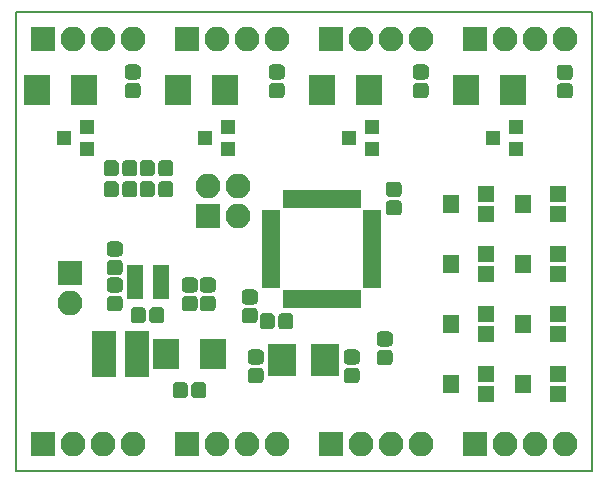
<source format=gts>
G04 #@! TF.GenerationSoftware,KiCad,Pcbnew,(5.0.0-dirty)*
G04 #@! TF.CreationDate,2019-11-15T19:25:29+09:00*
G04 #@! TF.ProjectId,fake-fan-mk2,66616B652D66616E2D6D6B322E6B6963,rev?*
G04 #@! TF.SameCoordinates,Original*
G04 #@! TF.FileFunction,Soldermask,Top*
G04 #@! TF.FilePolarity,Negative*
%FSLAX46Y46*%
G04 Gerber Fmt 4.6, Leading zero omitted, Abs format (unit mm)*
G04 Created by KiCad (PCBNEW (5.0.0-dirty)) date 11/15/19 19:25:29*
%MOMM*%
%LPD*%
G01*
G04 APERTURE LIST*
%ADD10C,0.200000*%
%ADD11C,0.100000*%
%ADD12C,1.275000*%
%ADD13R,2.400000X2.800000*%
%ADD14R,2.200000X2.600000*%
%ADD15R,2.100000X2.100000*%
%ADD16O,2.100000X2.100000*%
%ADD17R,2.000000X3.900000*%
%ADD18R,1.300000X1.200000*%
%ADD19R,1.400000X1.400000*%
%ADD20R,1.400000X1.500000*%
%ADD21R,1.460000X1.050000*%
%ADD22R,1.000000X1.600000*%
%ADD23R,1.600000X1.000000*%
G04 APERTURE END LIST*
D10*
X14478000Y-53086000D02*
X14478000Y-14224000D01*
X63246000Y-53086000D02*
X14478000Y-53086000D01*
X63246000Y-14224000D02*
X63246000Y-53086000D01*
X14478000Y-14224000D02*
X63246000Y-14224000D01*
D11*
G04 #@! TO.C,C3*
G36*
X43313493Y-44347535D02*
X43344435Y-44352125D01*
X43374778Y-44359725D01*
X43404230Y-44370263D01*
X43432508Y-44383638D01*
X43459338Y-44399719D01*
X43484463Y-44418353D01*
X43507640Y-44439360D01*
X43528647Y-44462537D01*
X43547281Y-44487662D01*
X43563362Y-44514492D01*
X43576737Y-44542770D01*
X43587275Y-44572222D01*
X43594875Y-44602565D01*
X43599465Y-44633507D01*
X43601000Y-44664750D01*
X43601000Y-45302250D01*
X43599465Y-45333493D01*
X43594875Y-45364435D01*
X43587275Y-45394778D01*
X43576737Y-45424230D01*
X43563362Y-45452508D01*
X43547281Y-45479338D01*
X43528647Y-45504463D01*
X43507640Y-45527640D01*
X43484463Y-45548647D01*
X43459338Y-45567281D01*
X43432508Y-45583362D01*
X43404230Y-45596737D01*
X43374778Y-45607275D01*
X43344435Y-45614875D01*
X43313493Y-45619465D01*
X43282250Y-45621000D01*
X42569750Y-45621000D01*
X42538507Y-45619465D01*
X42507565Y-45614875D01*
X42477222Y-45607275D01*
X42447770Y-45596737D01*
X42419492Y-45583362D01*
X42392662Y-45567281D01*
X42367537Y-45548647D01*
X42344360Y-45527640D01*
X42323353Y-45504463D01*
X42304719Y-45479338D01*
X42288638Y-45452508D01*
X42275263Y-45424230D01*
X42264725Y-45394778D01*
X42257125Y-45364435D01*
X42252535Y-45333493D01*
X42251000Y-45302250D01*
X42251000Y-44664750D01*
X42252535Y-44633507D01*
X42257125Y-44602565D01*
X42264725Y-44572222D01*
X42275263Y-44542770D01*
X42288638Y-44514492D01*
X42304719Y-44487662D01*
X42323353Y-44462537D01*
X42344360Y-44439360D01*
X42367537Y-44418353D01*
X42392662Y-44399719D01*
X42419492Y-44383638D01*
X42447770Y-44370263D01*
X42477222Y-44359725D01*
X42507565Y-44352125D01*
X42538507Y-44347535D01*
X42569750Y-44346000D01*
X43282250Y-44346000D01*
X43313493Y-44347535D01*
X43313493Y-44347535D01*
G37*
D12*
X42926000Y-44983500D03*
D11*
G36*
X43313493Y-42772535D02*
X43344435Y-42777125D01*
X43374778Y-42784725D01*
X43404230Y-42795263D01*
X43432508Y-42808638D01*
X43459338Y-42824719D01*
X43484463Y-42843353D01*
X43507640Y-42864360D01*
X43528647Y-42887537D01*
X43547281Y-42912662D01*
X43563362Y-42939492D01*
X43576737Y-42967770D01*
X43587275Y-42997222D01*
X43594875Y-43027565D01*
X43599465Y-43058507D01*
X43601000Y-43089750D01*
X43601000Y-43727250D01*
X43599465Y-43758493D01*
X43594875Y-43789435D01*
X43587275Y-43819778D01*
X43576737Y-43849230D01*
X43563362Y-43877508D01*
X43547281Y-43904338D01*
X43528647Y-43929463D01*
X43507640Y-43952640D01*
X43484463Y-43973647D01*
X43459338Y-43992281D01*
X43432508Y-44008362D01*
X43404230Y-44021737D01*
X43374778Y-44032275D01*
X43344435Y-44039875D01*
X43313493Y-44044465D01*
X43282250Y-44046000D01*
X42569750Y-44046000D01*
X42538507Y-44044465D01*
X42507565Y-44039875D01*
X42477222Y-44032275D01*
X42447770Y-44021737D01*
X42419492Y-44008362D01*
X42392662Y-43992281D01*
X42367537Y-43973647D01*
X42344360Y-43952640D01*
X42323353Y-43929463D01*
X42304719Y-43904338D01*
X42288638Y-43877508D01*
X42275263Y-43849230D01*
X42264725Y-43819778D01*
X42257125Y-43789435D01*
X42252535Y-43758493D01*
X42251000Y-43727250D01*
X42251000Y-43089750D01*
X42252535Y-43058507D01*
X42257125Y-43027565D01*
X42264725Y-42997222D01*
X42275263Y-42967770D01*
X42288638Y-42939492D01*
X42304719Y-42912662D01*
X42323353Y-42887537D01*
X42344360Y-42864360D01*
X42367537Y-42843353D01*
X42392662Y-42824719D01*
X42419492Y-42808638D01*
X42447770Y-42795263D01*
X42477222Y-42784725D01*
X42507565Y-42777125D01*
X42538507Y-42772535D01*
X42569750Y-42771000D01*
X43282250Y-42771000D01*
X43313493Y-42772535D01*
X43313493Y-42772535D01*
G37*
D12*
X42926000Y-43408500D03*
G04 #@! TD*
D13*
G04 #@! TO.C,Y1*
X40712000Y-43688000D03*
X37012000Y-43688000D03*
G04 #@! TD*
D11*
G04 #@! TO.C,C1*
G36*
X23247493Y-38251535D02*
X23278435Y-38256125D01*
X23308778Y-38263725D01*
X23338230Y-38274263D01*
X23366508Y-38287638D01*
X23393338Y-38303719D01*
X23418463Y-38322353D01*
X23441640Y-38343360D01*
X23462647Y-38366537D01*
X23481281Y-38391662D01*
X23497362Y-38418492D01*
X23510737Y-38446770D01*
X23521275Y-38476222D01*
X23528875Y-38506565D01*
X23533465Y-38537507D01*
X23535000Y-38568750D01*
X23535000Y-39206250D01*
X23533465Y-39237493D01*
X23528875Y-39268435D01*
X23521275Y-39298778D01*
X23510737Y-39328230D01*
X23497362Y-39356508D01*
X23481281Y-39383338D01*
X23462647Y-39408463D01*
X23441640Y-39431640D01*
X23418463Y-39452647D01*
X23393338Y-39471281D01*
X23366508Y-39487362D01*
X23338230Y-39500737D01*
X23308778Y-39511275D01*
X23278435Y-39518875D01*
X23247493Y-39523465D01*
X23216250Y-39525000D01*
X22503750Y-39525000D01*
X22472507Y-39523465D01*
X22441565Y-39518875D01*
X22411222Y-39511275D01*
X22381770Y-39500737D01*
X22353492Y-39487362D01*
X22326662Y-39471281D01*
X22301537Y-39452647D01*
X22278360Y-39431640D01*
X22257353Y-39408463D01*
X22238719Y-39383338D01*
X22222638Y-39356508D01*
X22209263Y-39328230D01*
X22198725Y-39298778D01*
X22191125Y-39268435D01*
X22186535Y-39237493D01*
X22185000Y-39206250D01*
X22185000Y-38568750D01*
X22186535Y-38537507D01*
X22191125Y-38506565D01*
X22198725Y-38476222D01*
X22209263Y-38446770D01*
X22222638Y-38418492D01*
X22238719Y-38391662D01*
X22257353Y-38366537D01*
X22278360Y-38343360D01*
X22301537Y-38322353D01*
X22326662Y-38303719D01*
X22353492Y-38287638D01*
X22381770Y-38274263D01*
X22411222Y-38263725D01*
X22441565Y-38256125D01*
X22472507Y-38251535D01*
X22503750Y-38250000D01*
X23216250Y-38250000D01*
X23247493Y-38251535D01*
X23247493Y-38251535D01*
G37*
D12*
X22860000Y-38887500D03*
D11*
G36*
X23247493Y-36676535D02*
X23278435Y-36681125D01*
X23308778Y-36688725D01*
X23338230Y-36699263D01*
X23366508Y-36712638D01*
X23393338Y-36728719D01*
X23418463Y-36747353D01*
X23441640Y-36768360D01*
X23462647Y-36791537D01*
X23481281Y-36816662D01*
X23497362Y-36843492D01*
X23510737Y-36871770D01*
X23521275Y-36901222D01*
X23528875Y-36931565D01*
X23533465Y-36962507D01*
X23535000Y-36993750D01*
X23535000Y-37631250D01*
X23533465Y-37662493D01*
X23528875Y-37693435D01*
X23521275Y-37723778D01*
X23510737Y-37753230D01*
X23497362Y-37781508D01*
X23481281Y-37808338D01*
X23462647Y-37833463D01*
X23441640Y-37856640D01*
X23418463Y-37877647D01*
X23393338Y-37896281D01*
X23366508Y-37912362D01*
X23338230Y-37925737D01*
X23308778Y-37936275D01*
X23278435Y-37943875D01*
X23247493Y-37948465D01*
X23216250Y-37950000D01*
X22503750Y-37950000D01*
X22472507Y-37948465D01*
X22441565Y-37943875D01*
X22411222Y-37936275D01*
X22381770Y-37925737D01*
X22353492Y-37912362D01*
X22326662Y-37896281D01*
X22301537Y-37877647D01*
X22278360Y-37856640D01*
X22257353Y-37833463D01*
X22238719Y-37808338D01*
X22222638Y-37781508D01*
X22209263Y-37753230D01*
X22198725Y-37723778D01*
X22191125Y-37693435D01*
X22186535Y-37662493D01*
X22185000Y-37631250D01*
X22185000Y-36993750D01*
X22186535Y-36962507D01*
X22191125Y-36931565D01*
X22198725Y-36901222D01*
X22209263Y-36871770D01*
X22222638Y-36843492D01*
X22238719Y-36816662D01*
X22257353Y-36791537D01*
X22278360Y-36768360D01*
X22301537Y-36747353D01*
X22326662Y-36728719D01*
X22353492Y-36712638D01*
X22381770Y-36699263D01*
X22411222Y-36688725D01*
X22441565Y-36681125D01*
X22472507Y-36676535D01*
X22503750Y-36675000D01*
X23216250Y-36675000D01*
X23247493Y-36676535D01*
X23247493Y-36676535D01*
G37*
D12*
X22860000Y-37312500D03*
G04 #@! TD*
D11*
G04 #@! TO.C,C2*
G36*
X35185493Y-42772535D02*
X35216435Y-42777125D01*
X35246778Y-42784725D01*
X35276230Y-42795263D01*
X35304508Y-42808638D01*
X35331338Y-42824719D01*
X35356463Y-42843353D01*
X35379640Y-42864360D01*
X35400647Y-42887537D01*
X35419281Y-42912662D01*
X35435362Y-42939492D01*
X35448737Y-42967770D01*
X35459275Y-42997222D01*
X35466875Y-43027565D01*
X35471465Y-43058507D01*
X35473000Y-43089750D01*
X35473000Y-43727250D01*
X35471465Y-43758493D01*
X35466875Y-43789435D01*
X35459275Y-43819778D01*
X35448737Y-43849230D01*
X35435362Y-43877508D01*
X35419281Y-43904338D01*
X35400647Y-43929463D01*
X35379640Y-43952640D01*
X35356463Y-43973647D01*
X35331338Y-43992281D01*
X35304508Y-44008362D01*
X35276230Y-44021737D01*
X35246778Y-44032275D01*
X35216435Y-44039875D01*
X35185493Y-44044465D01*
X35154250Y-44046000D01*
X34441750Y-44046000D01*
X34410507Y-44044465D01*
X34379565Y-44039875D01*
X34349222Y-44032275D01*
X34319770Y-44021737D01*
X34291492Y-44008362D01*
X34264662Y-43992281D01*
X34239537Y-43973647D01*
X34216360Y-43952640D01*
X34195353Y-43929463D01*
X34176719Y-43904338D01*
X34160638Y-43877508D01*
X34147263Y-43849230D01*
X34136725Y-43819778D01*
X34129125Y-43789435D01*
X34124535Y-43758493D01*
X34123000Y-43727250D01*
X34123000Y-43089750D01*
X34124535Y-43058507D01*
X34129125Y-43027565D01*
X34136725Y-42997222D01*
X34147263Y-42967770D01*
X34160638Y-42939492D01*
X34176719Y-42912662D01*
X34195353Y-42887537D01*
X34216360Y-42864360D01*
X34239537Y-42843353D01*
X34264662Y-42824719D01*
X34291492Y-42808638D01*
X34319770Y-42795263D01*
X34349222Y-42784725D01*
X34379565Y-42777125D01*
X34410507Y-42772535D01*
X34441750Y-42771000D01*
X35154250Y-42771000D01*
X35185493Y-42772535D01*
X35185493Y-42772535D01*
G37*
D12*
X34798000Y-43408500D03*
D11*
G36*
X35185493Y-44347535D02*
X35216435Y-44352125D01*
X35246778Y-44359725D01*
X35276230Y-44370263D01*
X35304508Y-44383638D01*
X35331338Y-44399719D01*
X35356463Y-44418353D01*
X35379640Y-44439360D01*
X35400647Y-44462537D01*
X35419281Y-44487662D01*
X35435362Y-44514492D01*
X35448737Y-44542770D01*
X35459275Y-44572222D01*
X35466875Y-44602565D01*
X35471465Y-44633507D01*
X35473000Y-44664750D01*
X35473000Y-45302250D01*
X35471465Y-45333493D01*
X35466875Y-45364435D01*
X35459275Y-45394778D01*
X35448737Y-45424230D01*
X35435362Y-45452508D01*
X35419281Y-45479338D01*
X35400647Y-45504463D01*
X35379640Y-45527640D01*
X35356463Y-45548647D01*
X35331338Y-45567281D01*
X35304508Y-45583362D01*
X35276230Y-45596737D01*
X35246778Y-45607275D01*
X35216435Y-45614875D01*
X35185493Y-45619465D01*
X35154250Y-45621000D01*
X34441750Y-45621000D01*
X34410507Y-45619465D01*
X34379565Y-45614875D01*
X34349222Y-45607275D01*
X34319770Y-45596737D01*
X34291492Y-45583362D01*
X34264662Y-45567281D01*
X34239537Y-45548647D01*
X34216360Y-45527640D01*
X34195353Y-45504463D01*
X34176719Y-45479338D01*
X34160638Y-45452508D01*
X34147263Y-45424230D01*
X34136725Y-45394778D01*
X34129125Y-45364435D01*
X34124535Y-45333493D01*
X34123000Y-45302250D01*
X34123000Y-44664750D01*
X34124535Y-44633507D01*
X34129125Y-44602565D01*
X34136725Y-44572222D01*
X34147263Y-44542770D01*
X34160638Y-44514492D01*
X34176719Y-44487662D01*
X34195353Y-44462537D01*
X34216360Y-44439360D01*
X34239537Y-44418353D01*
X34264662Y-44399719D01*
X34291492Y-44383638D01*
X34319770Y-44370263D01*
X34349222Y-44359725D01*
X34379565Y-44352125D01*
X34410507Y-44347535D01*
X34441750Y-44346000D01*
X35154250Y-44346000D01*
X35185493Y-44347535D01*
X35185493Y-44347535D01*
G37*
D12*
X34798000Y-44983500D03*
G04 #@! TD*
D11*
G04 #@! TO.C,C4*
G36*
X26791493Y-39204535D02*
X26822435Y-39209125D01*
X26852778Y-39216725D01*
X26882230Y-39227263D01*
X26910508Y-39240638D01*
X26937338Y-39256719D01*
X26962463Y-39275353D01*
X26985640Y-39296360D01*
X27006647Y-39319537D01*
X27025281Y-39344662D01*
X27041362Y-39371492D01*
X27054737Y-39399770D01*
X27065275Y-39429222D01*
X27072875Y-39459565D01*
X27077465Y-39490507D01*
X27079000Y-39521750D01*
X27079000Y-40234250D01*
X27077465Y-40265493D01*
X27072875Y-40296435D01*
X27065275Y-40326778D01*
X27054737Y-40356230D01*
X27041362Y-40384508D01*
X27025281Y-40411338D01*
X27006647Y-40436463D01*
X26985640Y-40459640D01*
X26962463Y-40480647D01*
X26937338Y-40499281D01*
X26910508Y-40515362D01*
X26882230Y-40528737D01*
X26852778Y-40539275D01*
X26822435Y-40546875D01*
X26791493Y-40551465D01*
X26760250Y-40553000D01*
X26122750Y-40553000D01*
X26091507Y-40551465D01*
X26060565Y-40546875D01*
X26030222Y-40539275D01*
X26000770Y-40528737D01*
X25972492Y-40515362D01*
X25945662Y-40499281D01*
X25920537Y-40480647D01*
X25897360Y-40459640D01*
X25876353Y-40436463D01*
X25857719Y-40411338D01*
X25841638Y-40384508D01*
X25828263Y-40356230D01*
X25817725Y-40326778D01*
X25810125Y-40296435D01*
X25805535Y-40265493D01*
X25804000Y-40234250D01*
X25804000Y-39521750D01*
X25805535Y-39490507D01*
X25810125Y-39459565D01*
X25817725Y-39429222D01*
X25828263Y-39399770D01*
X25841638Y-39371492D01*
X25857719Y-39344662D01*
X25876353Y-39319537D01*
X25897360Y-39296360D01*
X25920537Y-39275353D01*
X25945662Y-39256719D01*
X25972492Y-39240638D01*
X26000770Y-39227263D01*
X26030222Y-39216725D01*
X26060565Y-39209125D01*
X26091507Y-39204535D01*
X26122750Y-39203000D01*
X26760250Y-39203000D01*
X26791493Y-39204535D01*
X26791493Y-39204535D01*
G37*
D12*
X26441500Y-39878000D03*
D11*
G36*
X25216493Y-39204535D02*
X25247435Y-39209125D01*
X25277778Y-39216725D01*
X25307230Y-39227263D01*
X25335508Y-39240638D01*
X25362338Y-39256719D01*
X25387463Y-39275353D01*
X25410640Y-39296360D01*
X25431647Y-39319537D01*
X25450281Y-39344662D01*
X25466362Y-39371492D01*
X25479737Y-39399770D01*
X25490275Y-39429222D01*
X25497875Y-39459565D01*
X25502465Y-39490507D01*
X25504000Y-39521750D01*
X25504000Y-40234250D01*
X25502465Y-40265493D01*
X25497875Y-40296435D01*
X25490275Y-40326778D01*
X25479737Y-40356230D01*
X25466362Y-40384508D01*
X25450281Y-40411338D01*
X25431647Y-40436463D01*
X25410640Y-40459640D01*
X25387463Y-40480647D01*
X25362338Y-40499281D01*
X25335508Y-40515362D01*
X25307230Y-40528737D01*
X25277778Y-40539275D01*
X25247435Y-40546875D01*
X25216493Y-40551465D01*
X25185250Y-40553000D01*
X24547750Y-40553000D01*
X24516507Y-40551465D01*
X24485565Y-40546875D01*
X24455222Y-40539275D01*
X24425770Y-40528737D01*
X24397492Y-40515362D01*
X24370662Y-40499281D01*
X24345537Y-40480647D01*
X24322360Y-40459640D01*
X24301353Y-40436463D01*
X24282719Y-40411338D01*
X24266638Y-40384508D01*
X24253263Y-40356230D01*
X24242725Y-40326778D01*
X24235125Y-40296435D01*
X24230535Y-40265493D01*
X24229000Y-40234250D01*
X24229000Y-39521750D01*
X24230535Y-39490507D01*
X24235125Y-39459565D01*
X24242725Y-39429222D01*
X24253263Y-39399770D01*
X24266638Y-39371492D01*
X24282719Y-39344662D01*
X24301353Y-39319537D01*
X24322360Y-39296360D01*
X24345537Y-39275353D01*
X24370662Y-39256719D01*
X24397492Y-39240638D01*
X24425770Y-39227263D01*
X24455222Y-39216725D01*
X24485565Y-39209125D01*
X24516507Y-39204535D01*
X24547750Y-39203000D01*
X25185250Y-39203000D01*
X25216493Y-39204535D01*
X25216493Y-39204535D01*
G37*
D12*
X24866500Y-39878000D03*
G04 #@! TD*
D11*
G04 #@! TO.C,C5*
G36*
X28772493Y-45554535D02*
X28803435Y-45559125D01*
X28833778Y-45566725D01*
X28863230Y-45577263D01*
X28891508Y-45590638D01*
X28918338Y-45606719D01*
X28943463Y-45625353D01*
X28966640Y-45646360D01*
X28987647Y-45669537D01*
X29006281Y-45694662D01*
X29022362Y-45721492D01*
X29035737Y-45749770D01*
X29046275Y-45779222D01*
X29053875Y-45809565D01*
X29058465Y-45840507D01*
X29060000Y-45871750D01*
X29060000Y-46584250D01*
X29058465Y-46615493D01*
X29053875Y-46646435D01*
X29046275Y-46676778D01*
X29035737Y-46706230D01*
X29022362Y-46734508D01*
X29006281Y-46761338D01*
X28987647Y-46786463D01*
X28966640Y-46809640D01*
X28943463Y-46830647D01*
X28918338Y-46849281D01*
X28891508Y-46865362D01*
X28863230Y-46878737D01*
X28833778Y-46889275D01*
X28803435Y-46896875D01*
X28772493Y-46901465D01*
X28741250Y-46903000D01*
X28103750Y-46903000D01*
X28072507Y-46901465D01*
X28041565Y-46896875D01*
X28011222Y-46889275D01*
X27981770Y-46878737D01*
X27953492Y-46865362D01*
X27926662Y-46849281D01*
X27901537Y-46830647D01*
X27878360Y-46809640D01*
X27857353Y-46786463D01*
X27838719Y-46761338D01*
X27822638Y-46734508D01*
X27809263Y-46706230D01*
X27798725Y-46676778D01*
X27791125Y-46646435D01*
X27786535Y-46615493D01*
X27785000Y-46584250D01*
X27785000Y-45871750D01*
X27786535Y-45840507D01*
X27791125Y-45809565D01*
X27798725Y-45779222D01*
X27809263Y-45749770D01*
X27822638Y-45721492D01*
X27838719Y-45694662D01*
X27857353Y-45669537D01*
X27878360Y-45646360D01*
X27901537Y-45625353D01*
X27926662Y-45606719D01*
X27953492Y-45590638D01*
X27981770Y-45577263D01*
X28011222Y-45566725D01*
X28041565Y-45559125D01*
X28072507Y-45554535D01*
X28103750Y-45553000D01*
X28741250Y-45553000D01*
X28772493Y-45554535D01*
X28772493Y-45554535D01*
G37*
D12*
X28422500Y-46228000D03*
D11*
G36*
X30347493Y-45554535D02*
X30378435Y-45559125D01*
X30408778Y-45566725D01*
X30438230Y-45577263D01*
X30466508Y-45590638D01*
X30493338Y-45606719D01*
X30518463Y-45625353D01*
X30541640Y-45646360D01*
X30562647Y-45669537D01*
X30581281Y-45694662D01*
X30597362Y-45721492D01*
X30610737Y-45749770D01*
X30621275Y-45779222D01*
X30628875Y-45809565D01*
X30633465Y-45840507D01*
X30635000Y-45871750D01*
X30635000Y-46584250D01*
X30633465Y-46615493D01*
X30628875Y-46646435D01*
X30621275Y-46676778D01*
X30610737Y-46706230D01*
X30597362Y-46734508D01*
X30581281Y-46761338D01*
X30562647Y-46786463D01*
X30541640Y-46809640D01*
X30518463Y-46830647D01*
X30493338Y-46849281D01*
X30466508Y-46865362D01*
X30438230Y-46878737D01*
X30408778Y-46889275D01*
X30378435Y-46896875D01*
X30347493Y-46901465D01*
X30316250Y-46903000D01*
X29678750Y-46903000D01*
X29647507Y-46901465D01*
X29616565Y-46896875D01*
X29586222Y-46889275D01*
X29556770Y-46878737D01*
X29528492Y-46865362D01*
X29501662Y-46849281D01*
X29476537Y-46830647D01*
X29453360Y-46809640D01*
X29432353Y-46786463D01*
X29413719Y-46761338D01*
X29397638Y-46734508D01*
X29384263Y-46706230D01*
X29373725Y-46676778D01*
X29366125Y-46646435D01*
X29361535Y-46615493D01*
X29360000Y-46584250D01*
X29360000Y-45871750D01*
X29361535Y-45840507D01*
X29366125Y-45809565D01*
X29373725Y-45779222D01*
X29384263Y-45749770D01*
X29397638Y-45721492D01*
X29413719Y-45694662D01*
X29432353Y-45669537D01*
X29453360Y-45646360D01*
X29476537Y-45625353D01*
X29501662Y-45606719D01*
X29528492Y-45590638D01*
X29556770Y-45577263D01*
X29586222Y-45566725D01*
X29616565Y-45559125D01*
X29647507Y-45554535D01*
X29678750Y-45553000D01*
X30316250Y-45553000D01*
X30347493Y-45554535D01*
X30347493Y-45554535D01*
G37*
D12*
X29997500Y-46228000D03*
G04 #@! TD*
D11*
G04 #@! TO.C,C6*
G36*
X37687993Y-39712535D02*
X37718935Y-39717125D01*
X37749278Y-39724725D01*
X37778730Y-39735263D01*
X37807008Y-39748638D01*
X37833838Y-39764719D01*
X37858963Y-39783353D01*
X37882140Y-39804360D01*
X37903147Y-39827537D01*
X37921781Y-39852662D01*
X37937862Y-39879492D01*
X37951237Y-39907770D01*
X37961775Y-39937222D01*
X37969375Y-39967565D01*
X37973965Y-39998507D01*
X37975500Y-40029750D01*
X37975500Y-40742250D01*
X37973965Y-40773493D01*
X37969375Y-40804435D01*
X37961775Y-40834778D01*
X37951237Y-40864230D01*
X37937862Y-40892508D01*
X37921781Y-40919338D01*
X37903147Y-40944463D01*
X37882140Y-40967640D01*
X37858963Y-40988647D01*
X37833838Y-41007281D01*
X37807008Y-41023362D01*
X37778730Y-41036737D01*
X37749278Y-41047275D01*
X37718935Y-41054875D01*
X37687993Y-41059465D01*
X37656750Y-41061000D01*
X37019250Y-41061000D01*
X36988007Y-41059465D01*
X36957065Y-41054875D01*
X36926722Y-41047275D01*
X36897270Y-41036737D01*
X36868992Y-41023362D01*
X36842162Y-41007281D01*
X36817037Y-40988647D01*
X36793860Y-40967640D01*
X36772853Y-40944463D01*
X36754219Y-40919338D01*
X36738138Y-40892508D01*
X36724763Y-40864230D01*
X36714225Y-40834778D01*
X36706625Y-40804435D01*
X36702035Y-40773493D01*
X36700500Y-40742250D01*
X36700500Y-40029750D01*
X36702035Y-39998507D01*
X36706625Y-39967565D01*
X36714225Y-39937222D01*
X36724763Y-39907770D01*
X36738138Y-39879492D01*
X36754219Y-39852662D01*
X36772853Y-39827537D01*
X36793860Y-39804360D01*
X36817037Y-39783353D01*
X36842162Y-39764719D01*
X36868992Y-39748638D01*
X36897270Y-39735263D01*
X36926722Y-39724725D01*
X36957065Y-39717125D01*
X36988007Y-39712535D01*
X37019250Y-39711000D01*
X37656750Y-39711000D01*
X37687993Y-39712535D01*
X37687993Y-39712535D01*
G37*
D12*
X37338000Y-40386000D03*
D11*
G36*
X36112993Y-39712535D02*
X36143935Y-39717125D01*
X36174278Y-39724725D01*
X36203730Y-39735263D01*
X36232008Y-39748638D01*
X36258838Y-39764719D01*
X36283963Y-39783353D01*
X36307140Y-39804360D01*
X36328147Y-39827537D01*
X36346781Y-39852662D01*
X36362862Y-39879492D01*
X36376237Y-39907770D01*
X36386775Y-39937222D01*
X36394375Y-39967565D01*
X36398965Y-39998507D01*
X36400500Y-40029750D01*
X36400500Y-40742250D01*
X36398965Y-40773493D01*
X36394375Y-40804435D01*
X36386775Y-40834778D01*
X36376237Y-40864230D01*
X36362862Y-40892508D01*
X36346781Y-40919338D01*
X36328147Y-40944463D01*
X36307140Y-40967640D01*
X36283963Y-40988647D01*
X36258838Y-41007281D01*
X36232008Y-41023362D01*
X36203730Y-41036737D01*
X36174278Y-41047275D01*
X36143935Y-41054875D01*
X36112993Y-41059465D01*
X36081750Y-41061000D01*
X35444250Y-41061000D01*
X35413007Y-41059465D01*
X35382065Y-41054875D01*
X35351722Y-41047275D01*
X35322270Y-41036737D01*
X35293992Y-41023362D01*
X35267162Y-41007281D01*
X35242037Y-40988647D01*
X35218860Y-40967640D01*
X35197853Y-40944463D01*
X35179219Y-40919338D01*
X35163138Y-40892508D01*
X35149763Y-40864230D01*
X35139225Y-40834778D01*
X35131625Y-40804435D01*
X35127035Y-40773493D01*
X35125500Y-40742250D01*
X35125500Y-40029750D01*
X35127035Y-39998507D01*
X35131625Y-39967565D01*
X35139225Y-39937222D01*
X35149763Y-39907770D01*
X35163138Y-39879492D01*
X35179219Y-39852662D01*
X35197853Y-39827537D01*
X35218860Y-39804360D01*
X35242037Y-39783353D01*
X35267162Y-39764719D01*
X35293992Y-39748638D01*
X35322270Y-39735263D01*
X35351722Y-39724725D01*
X35382065Y-39717125D01*
X35413007Y-39712535D01*
X35444250Y-39711000D01*
X36081750Y-39711000D01*
X36112993Y-39712535D01*
X36112993Y-39712535D01*
G37*
D12*
X35763000Y-40386000D03*
G04 #@! TD*
D11*
G04 #@! TO.C,C7*
G36*
X46107493Y-42823535D02*
X46138435Y-42828125D01*
X46168778Y-42835725D01*
X46198230Y-42846263D01*
X46226508Y-42859638D01*
X46253338Y-42875719D01*
X46278463Y-42894353D01*
X46301640Y-42915360D01*
X46322647Y-42938537D01*
X46341281Y-42963662D01*
X46357362Y-42990492D01*
X46370737Y-43018770D01*
X46381275Y-43048222D01*
X46388875Y-43078565D01*
X46393465Y-43109507D01*
X46395000Y-43140750D01*
X46395000Y-43778250D01*
X46393465Y-43809493D01*
X46388875Y-43840435D01*
X46381275Y-43870778D01*
X46370737Y-43900230D01*
X46357362Y-43928508D01*
X46341281Y-43955338D01*
X46322647Y-43980463D01*
X46301640Y-44003640D01*
X46278463Y-44024647D01*
X46253338Y-44043281D01*
X46226508Y-44059362D01*
X46198230Y-44072737D01*
X46168778Y-44083275D01*
X46138435Y-44090875D01*
X46107493Y-44095465D01*
X46076250Y-44097000D01*
X45363750Y-44097000D01*
X45332507Y-44095465D01*
X45301565Y-44090875D01*
X45271222Y-44083275D01*
X45241770Y-44072737D01*
X45213492Y-44059362D01*
X45186662Y-44043281D01*
X45161537Y-44024647D01*
X45138360Y-44003640D01*
X45117353Y-43980463D01*
X45098719Y-43955338D01*
X45082638Y-43928508D01*
X45069263Y-43900230D01*
X45058725Y-43870778D01*
X45051125Y-43840435D01*
X45046535Y-43809493D01*
X45045000Y-43778250D01*
X45045000Y-43140750D01*
X45046535Y-43109507D01*
X45051125Y-43078565D01*
X45058725Y-43048222D01*
X45069263Y-43018770D01*
X45082638Y-42990492D01*
X45098719Y-42963662D01*
X45117353Y-42938537D01*
X45138360Y-42915360D01*
X45161537Y-42894353D01*
X45186662Y-42875719D01*
X45213492Y-42859638D01*
X45241770Y-42846263D01*
X45271222Y-42835725D01*
X45301565Y-42828125D01*
X45332507Y-42823535D01*
X45363750Y-42822000D01*
X46076250Y-42822000D01*
X46107493Y-42823535D01*
X46107493Y-42823535D01*
G37*
D12*
X45720000Y-43459500D03*
D11*
G36*
X46107493Y-41248535D02*
X46138435Y-41253125D01*
X46168778Y-41260725D01*
X46198230Y-41271263D01*
X46226508Y-41284638D01*
X46253338Y-41300719D01*
X46278463Y-41319353D01*
X46301640Y-41340360D01*
X46322647Y-41363537D01*
X46341281Y-41388662D01*
X46357362Y-41415492D01*
X46370737Y-41443770D01*
X46381275Y-41473222D01*
X46388875Y-41503565D01*
X46393465Y-41534507D01*
X46395000Y-41565750D01*
X46395000Y-42203250D01*
X46393465Y-42234493D01*
X46388875Y-42265435D01*
X46381275Y-42295778D01*
X46370737Y-42325230D01*
X46357362Y-42353508D01*
X46341281Y-42380338D01*
X46322647Y-42405463D01*
X46301640Y-42428640D01*
X46278463Y-42449647D01*
X46253338Y-42468281D01*
X46226508Y-42484362D01*
X46198230Y-42497737D01*
X46168778Y-42508275D01*
X46138435Y-42515875D01*
X46107493Y-42520465D01*
X46076250Y-42522000D01*
X45363750Y-42522000D01*
X45332507Y-42520465D01*
X45301565Y-42515875D01*
X45271222Y-42508275D01*
X45241770Y-42497737D01*
X45213492Y-42484362D01*
X45186662Y-42468281D01*
X45161537Y-42449647D01*
X45138360Y-42428640D01*
X45117353Y-42405463D01*
X45098719Y-42380338D01*
X45082638Y-42353508D01*
X45069263Y-42325230D01*
X45058725Y-42295778D01*
X45051125Y-42265435D01*
X45046535Y-42234493D01*
X45045000Y-42203250D01*
X45045000Y-41565750D01*
X45046535Y-41534507D01*
X45051125Y-41503565D01*
X45058725Y-41473222D01*
X45069263Y-41443770D01*
X45082638Y-41415492D01*
X45098719Y-41388662D01*
X45117353Y-41363537D01*
X45138360Y-41340360D01*
X45161537Y-41319353D01*
X45186662Y-41300719D01*
X45213492Y-41284638D01*
X45241770Y-41271263D01*
X45271222Y-41260725D01*
X45301565Y-41253125D01*
X45332507Y-41248535D01*
X45363750Y-41247000D01*
X46076250Y-41247000D01*
X46107493Y-41248535D01*
X46107493Y-41248535D01*
G37*
D12*
X45720000Y-41884500D03*
G04 #@! TD*
D11*
G04 #@! TO.C,C8*
G36*
X46869493Y-30149035D02*
X46900435Y-30153625D01*
X46930778Y-30161225D01*
X46960230Y-30171763D01*
X46988508Y-30185138D01*
X47015338Y-30201219D01*
X47040463Y-30219853D01*
X47063640Y-30240860D01*
X47084647Y-30264037D01*
X47103281Y-30289162D01*
X47119362Y-30315992D01*
X47132737Y-30344270D01*
X47143275Y-30373722D01*
X47150875Y-30404065D01*
X47155465Y-30435007D01*
X47157000Y-30466250D01*
X47157000Y-31103750D01*
X47155465Y-31134993D01*
X47150875Y-31165935D01*
X47143275Y-31196278D01*
X47132737Y-31225730D01*
X47119362Y-31254008D01*
X47103281Y-31280838D01*
X47084647Y-31305963D01*
X47063640Y-31329140D01*
X47040463Y-31350147D01*
X47015338Y-31368781D01*
X46988508Y-31384862D01*
X46960230Y-31398237D01*
X46930778Y-31408775D01*
X46900435Y-31416375D01*
X46869493Y-31420965D01*
X46838250Y-31422500D01*
X46125750Y-31422500D01*
X46094507Y-31420965D01*
X46063565Y-31416375D01*
X46033222Y-31408775D01*
X46003770Y-31398237D01*
X45975492Y-31384862D01*
X45948662Y-31368781D01*
X45923537Y-31350147D01*
X45900360Y-31329140D01*
X45879353Y-31305963D01*
X45860719Y-31280838D01*
X45844638Y-31254008D01*
X45831263Y-31225730D01*
X45820725Y-31196278D01*
X45813125Y-31165935D01*
X45808535Y-31134993D01*
X45807000Y-31103750D01*
X45807000Y-30466250D01*
X45808535Y-30435007D01*
X45813125Y-30404065D01*
X45820725Y-30373722D01*
X45831263Y-30344270D01*
X45844638Y-30315992D01*
X45860719Y-30289162D01*
X45879353Y-30264037D01*
X45900360Y-30240860D01*
X45923537Y-30219853D01*
X45948662Y-30201219D01*
X45975492Y-30185138D01*
X46003770Y-30171763D01*
X46033222Y-30161225D01*
X46063565Y-30153625D01*
X46094507Y-30149035D01*
X46125750Y-30147500D01*
X46838250Y-30147500D01*
X46869493Y-30149035D01*
X46869493Y-30149035D01*
G37*
D12*
X46482000Y-30785000D03*
D11*
G36*
X46869493Y-28574035D02*
X46900435Y-28578625D01*
X46930778Y-28586225D01*
X46960230Y-28596763D01*
X46988508Y-28610138D01*
X47015338Y-28626219D01*
X47040463Y-28644853D01*
X47063640Y-28665860D01*
X47084647Y-28689037D01*
X47103281Y-28714162D01*
X47119362Y-28740992D01*
X47132737Y-28769270D01*
X47143275Y-28798722D01*
X47150875Y-28829065D01*
X47155465Y-28860007D01*
X47157000Y-28891250D01*
X47157000Y-29528750D01*
X47155465Y-29559993D01*
X47150875Y-29590935D01*
X47143275Y-29621278D01*
X47132737Y-29650730D01*
X47119362Y-29679008D01*
X47103281Y-29705838D01*
X47084647Y-29730963D01*
X47063640Y-29754140D01*
X47040463Y-29775147D01*
X47015338Y-29793781D01*
X46988508Y-29809862D01*
X46960230Y-29823237D01*
X46930778Y-29833775D01*
X46900435Y-29841375D01*
X46869493Y-29845965D01*
X46838250Y-29847500D01*
X46125750Y-29847500D01*
X46094507Y-29845965D01*
X46063565Y-29841375D01*
X46033222Y-29833775D01*
X46003770Y-29823237D01*
X45975492Y-29809862D01*
X45948662Y-29793781D01*
X45923537Y-29775147D01*
X45900360Y-29754140D01*
X45879353Y-29730963D01*
X45860719Y-29705838D01*
X45844638Y-29679008D01*
X45831263Y-29650730D01*
X45820725Y-29621278D01*
X45813125Y-29590935D01*
X45808535Y-29559993D01*
X45807000Y-29528750D01*
X45807000Y-28891250D01*
X45808535Y-28860007D01*
X45813125Y-28829065D01*
X45820725Y-28798722D01*
X45831263Y-28769270D01*
X45844638Y-28740992D01*
X45860719Y-28714162D01*
X45879353Y-28689037D01*
X45900360Y-28665860D01*
X45923537Y-28644853D01*
X45948662Y-28626219D01*
X45975492Y-28610138D01*
X46003770Y-28596763D01*
X46033222Y-28586225D01*
X46063565Y-28578625D01*
X46094507Y-28574035D01*
X46125750Y-28572500D01*
X46838250Y-28572500D01*
X46869493Y-28574035D01*
X46869493Y-28574035D01*
G37*
D12*
X46482000Y-29210000D03*
G04 #@! TD*
D14*
G04 #@! TO.C,D1*
X31210000Y-43180000D03*
X27210000Y-43180000D03*
G04 #@! TD*
D11*
G04 #@! TO.C,D2*
G36*
X22904993Y-26758535D02*
X22935935Y-26763125D01*
X22966278Y-26770725D01*
X22995730Y-26781263D01*
X23024008Y-26794638D01*
X23050838Y-26810719D01*
X23075963Y-26829353D01*
X23099140Y-26850360D01*
X23120147Y-26873537D01*
X23138781Y-26898662D01*
X23154862Y-26925492D01*
X23168237Y-26953770D01*
X23178775Y-26983222D01*
X23186375Y-27013565D01*
X23190965Y-27044507D01*
X23192500Y-27075750D01*
X23192500Y-27788250D01*
X23190965Y-27819493D01*
X23186375Y-27850435D01*
X23178775Y-27880778D01*
X23168237Y-27910230D01*
X23154862Y-27938508D01*
X23138781Y-27965338D01*
X23120147Y-27990463D01*
X23099140Y-28013640D01*
X23075963Y-28034647D01*
X23050838Y-28053281D01*
X23024008Y-28069362D01*
X22995730Y-28082737D01*
X22966278Y-28093275D01*
X22935935Y-28100875D01*
X22904993Y-28105465D01*
X22873750Y-28107000D01*
X22236250Y-28107000D01*
X22205007Y-28105465D01*
X22174065Y-28100875D01*
X22143722Y-28093275D01*
X22114270Y-28082737D01*
X22085992Y-28069362D01*
X22059162Y-28053281D01*
X22034037Y-28034647D01*
X22010860Y-28013640D01*
X21989853Y-27990463D01*
X21971219Y-27965338D01*
X21955138Y-27938508D01*
X21941763Y-27910230D01*
X21931225Y-27880778D01*
X21923625Y-27850435D01*
X21919035Y-27819493D01*
X21917500Y-27788250D01*
X21917500Y-27075750D01*
X21919035Y-27044507D01*
X21923625Y-27013565D01*
X21931225Y-26983222D01*
X21941763Y-26953770D01*
X21955138Y-26925492D01*
X21971219Y-26898662D01*
X21989853Y-26873537D01*
X22010860Y-26850360D01*
X22034037Y-26829353D01*
X22059162Y-26810719D01*
X22085992Y-26794638D01*
X22114270Y-26781263D01*
X22143722Y-26770725D01*
X22174065Y-26763125D01*
X22205007Y-26758535D01*
X22236250Y-26757000D01*
X22873750Y-26757000D01*
X22904993Y-26758535D01*
X22904993Y-26758535D01*
G37*
D12*
X22555000Y-27432000D03*
D11*
G36*
X24479993Y-26758535D02*
X24510935Y-26763125D01*
X24541278Y-26770725D01*
X24570730Y-26781263D01*
X24599008Y-26794638D01*
X24625838Y-26810719D01*
X24650963Y-26829353D01*
X24674140Y-26850360D01*
X24695147Y-26873537D01*
X24713781Y-26898662D01*
X24729862Y-26925492D01*
X24743237Y-26953770D01*
X24753775Y-26983222D01*
X24761375Y-27013565D01*
X24765965Y-27044507D01*
X24767500Y-27075750D01*
X24767500Y-27788250D01*
X24765965Y-27819493D01*
X24761375Y-27850435D01*
X24753775Y-27880778D01*
X24743237Y-27910230D01*
X24729862Y-27938508D01*
X24713781Y-27965338D01*
X24695147Y-27990463D01*
X24674140Y-28013640D01*
X24650963Y-28034647D01*
X24625838Y-28053281D01*
X24599008Y-28069362D01*
X24570730Y-28082737D01*
X24541278Y-28093275D01*
X24510935Y-28100875D01*
X24479993Y-28105465D01*
X24448750Y-28107000D01*
X23811250Y-28107000D01*
X23780007Y-28105465D01*
X23749065Y-28100875D01*
X23718722Y-28093275D01*
X23689270Y-28082737D01*
X23660992Y-28069362D01*
X23634162Y-28053281D01*
X23609037Y-28034647D01*
X23585860Y-28013640D01*
X23564853Y-27990463D01*
X23546219Y-27965338D01*
X23530138Y-27938508D01*
X23516763Y-27910230D01*
X23506225Y-27880778D01*
X23498625Y-27850435D01*
X23494035Y-27819493D01*
X23492500Y-27788250D01*
X23492500Y-27075750D01*
X23494035Y-27044507D01*
X23498625Y-27013565D01*
X23506225Y-26983222D01*
X23516763Y-26953770D01*
X23530138Y-26925492D01*
X23546219Y-26898662D01*
X23564853Y-26873537D01*
X23585860Y-26850360D01*
X23609037Y-26829353D01*
X23634162Y-26810719D01*
X23660992Y-26794638D01*
X23689270Y-26781263D01*
X23718722Y-26770725D01*
X23749065Y-26763125D01*
X23780007Y-26758535D01*
X23811250Y-26757000D01*
X24448750Y-26757000D01*
X24479993Y-26758535D01*
X24479993Y-26758535D01*
G37*
D12*
X24130000Y-27432000D03*
G04 #@! TD*
D11*
G04 #@! TO.C,D3*
G36*
X24479993Y-28536535D02*
X24510935Y-28541125D01*
X24541278Y-28548725D01*
X24570730Y-28559263D01*
X24599008Y-28572638D01*
X24625838Y-28588719D01*
X24650963Y-28607353D01*
X24674140Y-28628360D01*
X24695147Y-28651537D01*
X24713781Y-28676662D01*
X24729862Y-28703492D01*
X24743237Y-28731770D01*
X24753775Y-28761222D01*
X24761375Y-28791565D01*
X24765965Y-28822507D01*
X24767500Y-28853750D01*
X24767500Y-29566250D01*
X24765965Y-29597493D01*
X24761375Y-29628435D01*
X24753775Y-29658778D01*
X24743237Y-29688230D01*
X24729862Y-29716508D01*
X24713781Y-29743338D01*
X24695147Y-29768463D01*
X24674140Y-29791640D01*
X24650963Y-29812647D01*
X24625838Y-29831281D01*
X24599008Y-29847362D01*
X24570730Y-29860737D01*
X24541278Y-29871275D01*
X24510935Y-29878875D01*
X24479993Y-29883465D01*
X24448750Y-29885000D01*
X23811250Y-29885000D01*
X23780007Y-29883465D01*
X23749065Y-29878875D01*
X23718722Y-29871275D01*
X23689270Y-29860737D01*
X23660992Y-29847362D01*
X23634162Y-29831281D01*
X23609037Y-29812647D01*
X23585860Y-29791640D01*
X23564853Y-29768463D01*
X23546219Y-29743338D01*
X23530138Y-29716508D01*
X23516763Y-29688230D01*
X23506225Y-29658778D01*
X23498625Y-29628435D01*
X23494035Y-29597493D01*
X23492500Y-29566250D01*
X23492500Y-28853750D01*
X23494035Y-28822507D01*
X23498625Y-28791565D01*
X23506225Y-28761222D01*
X23516763Y-28731770D01*
X23530138Y-28703492D01*
X23546219Y-28676662D01*
X23564853Y-28651537D01*
X23585860Y-28628360D01*
X23609037Y-28607353D01*
X23634162Y-28588719D01*
X23660992Y-28572638D01*
X23689270Y-28559263D01*
X23718722Y-28548725D01*
X23749065Y-28541125D01*
X23780007Y-28536535D01*
X23811250Y-28535000D01*
X24448750Y-28535000D01*
X24479993Y-28536535D01*
X24479993Y-28536535D01*
G37*
D12*
X24130000Y-29210000D03*
D11*
G36*
X22904993Y-28536535D02*
X22935935Y-28541125D01*
X22966278Y-28548725D01*
X22995730Y-28559263D01*
X23024008Y-28572638D01*
X23050838Y-28588719D01*
X23075963Y-28607353D01*
X23099140Y-28628360D01*
X23120147Y-28651537D01*
X23138781Y-28676662D01*
X23154862Y-28703492D01*
X23168237Y-28731770D01*
X23178775Y-28761222D01*
X23186375Y-28791565D01*
X23190965Y-28822507D01*
X23192500Y-28853750D01*
X23192500Y-29566250D01*
X23190965Y-29597493D01*
X23186375Y-29628435D01*
X23178775Y-29658778D01*
X23168237Y-29688230D01*
X23154862Y-29716508D01*
X23138781Y-29743338D01*
X23120147Y-29768463D01*
X23099140Y-29791640D01*
X23075963Y-29812647D01*
X23050838Y-29831281D01*
X23024008Y-29847362D01*
X22995730Y-29860737D01*
X22966278Y-29871275D01*
X22935935Y-29878875D01*
X22904993Y-29883465D01*
X22873750Y-29885000D01*
X22236250Y-29885000D01*
X22205007Y-29883465D01*
X22174065Y-29878875D01*
X22143722Y-29871275D01*
X22114270Y-29860737D01*
X22085992Y-29847362D01*
X22059162Y-29831281D01*
X22034037Y-29812647D01*
X22010860Y-29791640D01*
X21989853Y-29768463D01*
X21971219Y-29743338D01*
X21955138Y-29716508D01*
X21941763Y-29688230D01*
X21931225Y-29658778D01*
X21923625Y-29628435D01*
X21919035Y-29597493D01*
X21917500Y-29566250D01*
X21917500Y-28853750D01*
X21919035Y-28822507D01*
X21923625Y-28791565D01*
X21931225Y-28761222D01*
X21941763Y-28731770D01*
X21955138Y-28703492D01*
X21971219Y-28676662D01*
X21989853Y-28651537D01*
X22010860Y-28628360D01*
X22034037Y-28607353D01*
X22059162Y-28588719D01*
X22085992Y-28572638D01*
X22114270Y-28559263D01*
X22143722Y-28548725D01*
X22174065Y-28541125D01*
X22205007Y-28536535D01*
X22236250Y-28535000D01*
X22873750Y-28535000D01*
X22904993Y-28536535D01*
X22904993Y-28536535D01*
G37*
D12*
X22555000Y-29210000D03*
G04 #@! TD*
D14*
G04 #@! TO.C,D4*
X16288000Y-20828000D03*
X20288000Y-20828000D03*
G04 #@! TD*
G04 #@! TO.C,D5*
X28226000Y-20828000D03*
X32226000Y-20828000D03*
G04 #@! TD*
G04 #@! TO.C,D6*
X44418000Y-20828000D03*
X40418000Y-20828000D03*
G04 #@! TD*
G04 #@! TO.C,D7*
X56610000Y-20828000D03*
X52610000Y-20828000D03*
G04 #@! TD*
D15*
G04 #@! TO.C,J2*
X19050000Y-36322000D03*
D16*
X19050000Y-38862000D03*
G04 #@! TD*
G04 #@! TO.C,J4*
X24384000Y-50800000D03*
X21844000Y-50800000D03*
X19304000Y-50800000D03*
D15*
X16764000Y-50800000D03*
G04 #@! TD*
G04 #@! TO.C,J5*
X16764000Y-16510000D03*
D16*
X19304000Y-16510000D03*
X21844000Y-16510000D03*
X24384000Y-16510000D03*
G04 #@! TD*
G04 #@! TO.C,J6*
X36576000Y-50800000D03*
X34036000Y-50800000D03*
X31496000Y-50800000D03*
D15*
X28956000Y-50800000D03*
G04 #@! TD*
G04 #@! TO.C,J7*
X28956000Y-16510000D03*
D16*
X31496000Y-16510000D03*
X34036000Y-16510000D03*
X36576000Y-16510000D03*
G04 #@! TD*
D15*
G04 #@! TO.C,J8*
X41148000Y-50800000D03*
D16*
X43688000Y-50800000D03*
X46228000Y-50800000D03*
X48768000Y-50800000D03*
G04 #@! TD*
D15*
G04 #@! TO.C,J9*
X41148000Y-16510000D03*
D16*
X43688000Y-16510000D03*
X46228000Y-16510000D03*
X48768000Y-16510000D03*
G04 #@! TD*
G04 #@! TO.C,J10*
X60960000Y-50800000D03*
X58420000Y-50800000D03*
X55880000Y-50800000D03*
D15*
X53340000Y-50800000D03*
G04 #@! TD*
D16*
G04 #@! TO.C,J11*
X60960000Y-16510000D03*
X58420000Y-16510000D03*
X55880000Y-16510000D03*
D15*
X53340000Y-16510000D03*
G04 #@! TD*
D17*
G04 #@! TO.C,L1*
X24768000Y-43180000D03*
X21968000Y-43180000D03*
G04 #@! TD*
D18*
G04 #@! TO.C,Q1*
X18558000Y-24892000D03*
X20558000Y-23942000D03*
X20558000Y-25842000D03*
G04 #@! TD*
G04 #@! TO.C,Q2*
X32496000Y-25842000D03*
X32496000Y-23942000D03*
X30496000Y-24892000D03*
G04 #@! TD*
G04 #@! TO.C,Q3*
X42688000Y-24892000D03*
X44688000Y-23942000D03*
X44688000Y-25842000D03*
G04 #@! TD*
G04 #@! TO.C,Q4*
X56880000Y-25842000D03*
X56880000Y-23942000D03*
X54880000Y-24892000D03*
G04 #@! TD*
D11*
G04 #@! TO.C,R1*
G36*
X23247493Y-33628535D02*
X23278435Y-33633125D01*
X23308778Y-33640725D01*
X23338230Y-33651263D01*
X23366508Y-33664638D01*
X23393338Y-33680719D01*
X23418463Y-33699353D01*
X23441640Y-33720360D01*
X23462647Y-33743537D01*
X23481281Y-33768662D01*
X23497362Y-33795492D01*
X23510737Y-33823770D01*
X23521275Y-33853222D01*
X23528875Y-33883565D01*
X23533465Y-33914507D01*
X23535000Y-33945750D01*
X23535000Y-34583250D01*
X23533465Y-34614493D01*
X23528875Y-34645435D01*
X23521275Y-34675778D01*
X23510737Y-34705230D01*
X23497362Y-34733508D01*
X23481281Y-34760338D01*
X23462647Y-34785463D01*
X23441640Y-34808640D01*
X23418463Y-34829647D01*
X23393338Y-34848281D01*
X23366508Y-34864362D01*
X23338230Y-34877737D01*
X23308778Y-34888275D01*
X23278435Y-34895875D01*
X23247493Y-34900465D01*
X23216250Y-34902000D01*
X22503750Y-34902000D01*
X22472507Y-34900465D01*
X22441565Y-34895875D01*
X22411222Y-34888275D01*
X22381770Y-34877737D01*
X22353492Y-34864362D01*
X22326662Y-34848281D01*
X22301537Y-34829647D01*
X22278360Y-34808640D01*
X22257353Y-34785463D01*
X22238719Y-34760338D01*
X22222638Y-34733508D01*
X22209263Y-34705230D01*
X22198725Y-34675778D01*
X22191125Y-34645435D01*
X22186535Y-34614493D01*
X22185000Y-34583250D01*
X22185000Y-33945750D01*
X22186535Y-33914507D01*
X22191125Y-33883565D01*
X22198725Y-33853222D01*
X22209263Y-33823770D01*
X22222638Y-33795492D01*
X22238719Y-33768662D01*
X22257353Y-33743537D01*
X22278360Y-33720360D01*
X22301537Y-33699353D01*
X22326662Y-33680719D01*
X22353492Y-33664638D01*
X22381770Y-33651263D01*
X22411222Y-33640725D01*
X22441565Y-33633125D01*
X22472507Y-33628535D01*
X22503750Y-33627000D01*
X23216250Y-33627000D01*
X23247493Y-33628535D01*
X23247493Y-33628535D01*
G37*
D12*
X22860000Y-34264500D03*
D11*
G36*
X23247493Y-35203535D02*
X23278435Y-35208125D01*
X23308778Y-35215725D01*
X23338230Y-35226263D01*
X23366508Y-35239638D01*
X23393338Y-35255719D01*
X23418463Y-35274353D01*
X23441640Y-35295360D01*
X23462647Y-35318537D01*
X23481281Y-35343662D01*
X23497362Y-35370492D01*
X23510737Y-35398770D01*
X23521275Y-35428222D01*
X23528875Y-35458565D01*
X23533465Y-35489507D01*
X23535000Y-35520750D01*
X23535000Y-36158250D01*
X23533465Y-36189493D01*
X23528875Y-36220435D01*
X23521275Y-36250778D01*
X23510737Y-36280230D01*
X23497362Y-36308508D01*
X23481281Y-36335338D01*
X23462647Y-36360463D01*
X23441640Y-36383640D01*
X23418463Y-36404647D01*
X23393338Y-36423281D01*
X23366508Y-36439362D01*
X23338230Y-36452737D01*
X23308778Y-36463275D01*
X23278435Y-36470875D01*
X23247493Y-36475465D01*
X23216250Y-36477000D01*
X22503750Y-36477000D01*
X22472507Y-36475465D01*
X22441565Y-36470875D01*
X22411222Y-36463275D01*
X22381770Y-36452737D01*
X22353492Y-36439362D01*
X22326662Y-36423281D01*
X22301537Y-36404647D01*
X22278360Y-36383640D01*
X22257353Y-36360463D01*
X22238719Y-36335338D01*
X22222638Y-36308508D01*
X22209263Y-36280230D01*
X22198725Y-36250778D01*
X22191125Y-36220435D01*
X22186535Y-36189493D01*
X22185000Y-36158250D01*
X22185000Y-35520750D01*
X22186535Y-35489507D01*
X22191125Y-35458565D01*
X22198725Y-35428222D01*
X22209263Y-35398770D01*
X22222638Y-35370492D01*
X22238719Y-35343662D01*
X22257353Y-35318537D01*
X22278360Y-35295360D01*
X22301537Y-35274353D01*
X22326662Y-35255719D01*
X22353492Y-35239638D01*
X22381770Y-35226263D01*
X22411222Y-35215725D01*
X22441565Y-35208125D01*
X22472507Y-35203535D01*
X22503750Y-35202000D01*
X23216250Y-35202000D01*
X23247493Y-35203535D01*
X23247493Y-35203535D01*
G37*
D12*
X22860000Y-35839500D03*
G04 #@! TD*
D11*
G04 #@! TO.C,R4*
G36*
X34677493Y-37692535D02*
X34708435Y-37697125D01*
X34738778Y-37704725D01*
X34768230Y-37715263D01*
X34796508Y-37728638D01*
X34823338Y-37744719D01*
X34848463Y-37763353D01*
X34871640Y-37784360D01*
X34892647Y-37807537D01*
X34911281Y-37832662D01*
X34927362Y-37859492D01*
X34940737Y-37887770D01*
X34951275Y-37917222D01*
X34958875Y-37947565D01*
X34963465Y-37978507D01*
X34965000Y-38009750D01*
X34965000Y-38647250D01*
X34963465Y-38678493D01*
X34958875Y-38709435D01*
X34951275Y-38739778D01*
X34940737Y-38769230D01*
X34927362Y-38797508D01*
X34911281Y-38824338D01*
X34892647Y-38849463D01*
X34871640Y-38872640D01*
X34848463Y-38893647D01*
X34823338Y-38912281D01*
X34796508Y-38928362D01*
X34768230Y-38941737D01*
X34738778Y-38952275D01*
X34708435Y-38959875D01*
X34677493Y-38964465D01*
X34646250Y-38966000D01*
X33933750Y-38966000D01*
X33902507Y-38964465D01*
X33871565Y-38959875D01*
X33841222Y-38952275D01*
X33811770Y-38941737D01*
X33783492Y-38928362D01*
X33756662Y-38912281D01*
X33731537Y-38893647D01*
X33708360Y-38872640D01*
X33687353Y-38849463D01*
X33668719Y-38824338D01*
X33652638Y-38797508D01*
X33639263Y-38769230D01*
X33628725Y-38739778D01*
X33621125Y-38709435D01*
X33616535Y-38678493D01*
X33615000Y-38647250D01*
X33615000Y-38009750D01*
X33616535Y-37978507D01*
X33621125Y-37947565D01*
X33628725Y-37917222D01*
X33639263Y-37887770D01*
X33652638Y-37859492D01*
X33668719Y-37832662D01*
X33687353Y-37807537D01*
X33708360Y-37784360D01*
X33731537Y-37763353D01*
X33756662Y-37744719D01*
X33783492Y-37728638D01*
X33811770Y-37715263D01*
X33841222Y-37704725D01*
X33871565Y-37697125D01*
X33902507Y-37692535D01*
X33933750Y-37691000D01*
X34646250Y-37691000D01*
X34677493Y-37692535D01*
X34677493Y-37692535D01*
G37*
D12*
X34290000Y-38328500D03*
D11*
G36*
X34677493Y-39267535D02*
X34708435Y-39272125D01*
X34738778Y-39279725D01*
X34768230Y-39290263D01*
X34796508Y-39303638D01*
X34823338Y-39319719D01*
X34848463Y-39338353D01*
X34871640Y-39359360D01*
X34892647Y-39382537D01*
X34911281Y-39407662D01*
X34927362Y-39434492D01*
X34940737Y-39462770D01*
X34951275Y-39492222D01*
X34958875Y-39522565D01*
X34963465Y-39553507D01*
X34965000Y-39584750D01*
X34965000Y-40222250D01*
X34963465Y-40253493D01*
X34958875Y-40284435D01*
X34951275Y-40314778D01*
X34940737Y-40344230D01*
X34927362Y-40372508D01*
X34911281Y-40399338D01*
X34892647Y-40424463D01*
X34871640Y-40447640D01*
X34848463Y-40468647D01*
X34823338Y-40487281D01*
X34796508Y-40503362D01*
X34768230Y-40516737D01*
X34738778Y-40527275D01*
X34708435Y-40534875D01*
X34677493Y-40539465D01*
X34646250Y-40541000D01*
X33933750Y-40541000D01*
X33902507Y-40539465D01*
X33871565Y-40534875D01*
X33841222Y-40527275D01*
X33811770Y-40516737D01*
X33783492Y-40503362D01*
X33756662Y-40487281D01*
X33731537Y-40468647D01*
X33708360Y-40447640D01*
X33687353Y-40424463D01*
X33668719Y-40399338D01*
X33652638Y-40372508D01*
X33639263Y-40344230D01*
X33628725Y-40314778D01*
X33621125Y-40284435D01*
X33616535Y-40253493D01*
X33615000Y-40222250D01*
X33615000Y-39584750D01*
X33616535Y-39553507D01*
X33621125Y-39522565D01*
X33628725Y-39492222D01*
X33639263Y-39462770D01*
X33652638Y-39434492D01*
X33668719Y-39407662D01*
X33687353Y-39382537D01*
X33708360Y-39359360D01*
X33731537Y-39338353D01*
X33756662Y-39319719D01*
X33783492Y-39303638D01*
X33811770Y-39290263D01*
X33841222Y-39279725D01*
X33871565Y-39272125D01*
X33902507Y-39267535D01*
X33933750Y-39266000D01*
X34646250Y-39266000D01*
X34677493Y-39267535D01*
X34677493Y-39267535D01*
G37*
D12*
X34290000Y-39903500D03*
G04 #@! TD*
D11*
G04 #@! TO.C,R5*
G36*
X31121493Y-38251535D02*
X31152435Y-38256125D01*
X31182778Y-38263725D01*
X31212230Y-38274263D01*
X31240508Y-38287638D01*
X31267338Y-38303719D01*
X31292463Y-38322353D01*
X31315640Y-38343360D01*
X31336647Y-38366537D01*
X31355281Y-38391662D01*
X31371362Y-38418492D01*
X31384737Y-38446770D01*
X31395275Y-38476222D01*
X31402875Y-38506565D01*
X31407465Y-38537507D01*
X31409000Y-38568750D01*
X31409000Y-39206250D01*
X31407465Y-39237493D01*
X31402875Y-39268435D01*
X31395275Y-39298778D01*
X31384737Y-39328230D01*
X31371362Y-39356508D01*
X31355281Y-39383338D01*
X31336647Y-39408463D01*
X31315640Y-39431640D01*
X31292463Y-39452647D01*
X31267338Y-39471281D01*
X31240508Y-39487362D01*
X31212230Y-39500737D01*
X31182778Y-39511275D01*
X31152435Y-39518875D01*
X31121493Y-39523465D01*
X31090250Y-39525000D01*
X30377750Y-39525000D01*
X30346507Y-39523465D01*
X30315565Y-39518875D01*
X30285222Y-39511275D01*
X30255770Y-39500737D01*
X30227492Y-39487362D01*
X30200662Y-39471281D01*
X30175537Y-39452647D01*
X30152360Y-39431640D01*
X30131353Y-39408463D01*
X30112719Y-39383338D01*
X30096638Y-39356508D01*
X30083263Y-39328230D01*
X30072725Y-39298778D01*
X30065125Y-39268435D01*
X30060535Y-39237493D01*
X30059000Y-39206250D01*
X30059000Y-38568750D01*
X30060535Y-38537507D01*
X30065125Y-38506565D01*
X30072725Y-38476222D01*
X30083263Y-38446770D01*
X30096638Y-38418492D01*
X30112719Y-38391662D01*
X30131353Y-38366537D01*
X30152360Y-38343360D01*
X30175537Y-38322353D01*
X30200662Y-38303719D01*
X30227492Y-38287638D01*
X30255770Y-38274263D01*
X30285222Y-38263725D01*
X30315565Y-38256125D01*
X30346507Y-38251535D01*
X30377750Y-38250000D01*
X31090250Y-38250000D01*
X31121493Y-38251535D01*
X31121493Y-38251535D01*
G37*
D12*
X30734000Y-38887500D03*
D11*
G36*
X31121493Y-36676535D02*
X31152435Y-36681125D01*
X31182778Y-36688725D01*
X31212230Y-36699263D01*
X31240508Y-36712638D01*
X31267338Y-36728719D01*
X31292463Y-36747353D01*
X31315640Y-36768360D01*
X31336647Y-36791537D01*
X31355281Y-36816662D01*
X31371362Y-36843492D01*
X31384737Y-36871770D01*
X31395275Y-36901222D01*
X31402875Y-36931565D01*
X31407465Y-36962507D01*
X31409000Y-36993750D01*
X31409000Y-37631250D01*
X31407465Y-37662493D01*
X31402875Y-37693435D01*
X31395275Y-37723778D01*
X31384737Y-37753230D01*
X31371362Y-37781508D01*
X31355281Y-37808338D01*
X31336647Y-37833463D01*
X31315640Y-37856640D01*
X31292463Y-37877647D01*
X31267338Y-37896281D01*
X31240508Y-37912362D01*
X31212230Y-37925737D01*
X31182778Y-37936275D01*
X31152435Y-37943875D01*
X31121493Y-37948465D01*
X31090250Y-37950000D01*
X30377750Y-37950000D01*
X30346507Y-37948465D01*
X30315565Y-37943875D01*
X30285222Y-37936275D01*
X30255770Y-37925737D01*
X30227492Y-37912362D01*
X30200662Y-37896281D01*
X30175537Y-37877647D01*
X30152360Y-37856640D01*
X30131353Y-37833463D01*
X30112719Y-37808338D01*
X30096638Y-37781508D01*
X30083263Y-37753230D01*
X30072725Y-37723778D01*
X30065125Y-37693435D01*
X30060535Y-37662493D01*
X30059000Y-37631250D01*
X30059000Y-36993750D01*
X30060535Y-36962507D01*
X30065125Y-36931565D01*
X30072725Y-36901222D01*
X30083263Y-36871770D01*
X30096638Y-36843492D01*
X30112719Y-36816662D01*
X30131353Y-36791537D01*
X30152360Y-36768360D01*
X30175537Y-36747353D01*
X30200662Y-36728719D01*
X30227492Y-36712638D01*
X30255770Y-36699263D01*
X30285222Y-36688725D01*
X30315565Y-36681125D01*
X30346507Y-36676535D01*
X30377750Y-36675000D01*
X31090250Y-36675000D01*
X31121493Y-36676535D01*
X31121493Y-36676535D01*
G37*
D12*
X30734000Y-37312500D03*
G04 #@! TD*
D11*
G04 #@! TO.C,R6*
G36*
X29597493Y-38251535D02*
X29628435Y-38256125D01*
X29658778Y-38263725D01*
X29688230Y-38274263D01*
X29716508Y-38287638D01*
X29743338Y-38303719D01*
X29768463Y-38322353D01*
X29791640Y-38343360D01*
X29812647Y-38366537D01*
X29831281Y-38391662D01*
X29847362Y-38418492D01*
X29860737Y-38446770D01*
X29871275Y-38476222D01*
X29878875Y-38506565D01*
X29883465Y-38537507D01*
X29885000Y-38568750D01*
X29885000Y-39206250D01*
X29883465Y-39237493D01*
X29878875Y-39268435D01*
X29871275Y-39298778D01*
X29860737Y-39328230D01*
X29847362Y-39356508D01*
X29831281Y-39383338D01*
X29812647Y-39408463D01*
X29791640Y-39431640D01*
X29768463Y-39452647D01*
X29743338Y-39471281D01*
X29716508Y-39487362D01*
X29688230Y-39500737D01*
X29658778Y-39511275D01*
X29628435Y-39518875D01*
X29597493Y-39523465D01*
X29566250Y-39525000D01*
X28853750Y-39525000D01*
X28822507Y-39523465D01*
X28791565Y-39518875D01*
X28761222Y-39511275D01*
X28731770Y-39500737D01*
X28703492Y-39487362D01*
X28676662Y-39471281D01*
X28651537Y-39452647D01*
X28628360Y-39431640D01*
X28607353Y-39408463D01*
X28588719Y-39383338D01*
X28572638Y-39356508D01*
X28559263Y-39328230D01*
X28548725Y-39298778D01*
X28541125Y-39268435D01*
X28536535Y-39237493D01*
X28535000Y-39206250D01*
X28535000Y-38568750D01*
X28536535Y-38537507D01*
X28541125Y-38506565D01*
X28548725Y-38476222D01*
X28559263Y-38446770D01*
X28572638Y-38418492D01*
X28588719Y-38391662D01*
X28607353Y-38366537D01*
X28628360Y-38343360D01*
X28651537Y-38322353D01*
X28676662Y-38303719D01*
X28703492Y-38287638D01*
X28731770Y-38274263D01*
X28761222Y-38263725D01*
X28791565Y-38256125D01*
X28822507Y-38251535D01*
X28853750Y-38250000D01*
X29566250Y-38250000D01*
X29597493Y-38251535D01*
X29597493Y-38251535D01*
G37*
D12*
X29210000Y-38887500D03*
D11*
G36*
X29597493Y-36676535D02*
X29628435Y-36681125D01*
X29658778Y-36688725D01*
X29688230Y-36699263D01*
X29716508Y-36712638D01*
X29743338Y-36728719D01*
X29768463Y-36747353D01*
X29791640Y-36768360D01*
X29812647Y-36791537D01*
X29831281Y-36816662D01*
X29847362Y-36843492D01*
X29860737Y-36871770D01*
X29871275Y-36901222D01*
X29878875Y-36931565D01*
X29883465Y-36962507D01*
X29885000Y-36993750D01*
X29885000Y-37631250D01*
X29883465Y-37662493D01*
X29878875Y-37693435D01*
X29871275Y-37723778D01*
X29860737Y-37753230D01*
X29847362Y-37781508D01*
X29831281Y-37808338D01*
X29812647Y-37833463D01*
X29791640Y-37856640D01*
X29768463Y-37877647D01*
X29743338Y-37896281D01*
X29716508Y-37912362D01*
X29688230Y-37925737D01*
X29658778Y-37936275D01*
X29628435Y-37943875D01*
X29597493Y-37948465D01*
X29566250Y-37950000D01*
X28853750Y-37950000D01*
X28822507Y-37948465D01*
X28791565Y-37943875D01*
X28761222Y-37936275D01*
X28731770Y-37925737D01*
X28703492Y-37912362D01*
X28676662Y-37896281D01*
X28651537Y-37877647D01*
X28628360Y-37856640D01*
X28607353Y-37833463D01*
X28588719Y-37808338D01*
X28572638Y-37781508D01*
X28559263Y-37753230D01*
X28548725Y-37723778D01*
X28541125Y-37693435D01*
X28536535Y-37662493D01*
X28535000Y-37631250D01*
X28535000Y-36993750D01*
X28536535Y-36962507D01*
X28541125Y-36931565D01*
X28548725Y-36901222D01*
X28559263Y-36871770D01*
X28572638Y-36843492D01*
X28588719Y-36816662D01*
X28607353Y-36791537D01*
X28628360Y-36768360D01*
X28651537Y-36747353D01*
X28676662Y-36728719D01*
X28703492Y-36712638D01*
X28731770Y-36699263D01*
X28761222Y-36688725D01*
X28791565Y-36681125D01*
X28822507Y-36676535D01*
X28853750Y-36675000D01*
X29566250Y-36675000D01*
X29597493Y-36676535D01*
X29597493Y-36676535D01*
G37*
D12*
X29210000Y-37312500D03*
G04 #@! TD*
D11*
G04 #@! TO.C,R7*
G36*
X25952993Y-26758535D02*
X25983935Y-26763125D01*
X26014278Y-26770725D01*
X26043730Y-26781263D01*
X26072008Y-26794638D01*
X26098838Y-26810719D01*
X26123963Y-26829353D01*
X26147140Y-26850360D01*
X26168147Y-26873537D01*
X26186781Y-26898662D01*
X26202862Y-26925492D01*
X26216237Y-26953770D01*
X26226775Y-26983222D01*
X26234375Y-27013565D01*
X26238965Y-27044507D01*
X26240500Y-27075750D01*
X26240500Y-27788250D01*
X26238965Y-27819493D01*
X26234375Y-27850435D01*
X26226775Y-27880778D01*
X26216237Y-27910230D01*
X26202862Y-27938508D01*
X26186781Y-27965338D01*
X26168147Y-27990463D01*
X26147140Y-28013640D01*
X26123963Y-28034647D01*
X26098838Y-28053281D01*
X26072008Y-28069362D01*
X26043730Y-28082737D01*
X26014278Y-28093275D01*
X25983935Y-28100875D01*
X25952993Y-28105465D01*
X25921750Y-28107000D01*
X25284250Y-28107000D01*
X25253007Y-28105465D01*
X25222065Y-28100875D01*
X25191722Y-28093275D01*
X25162270Y-28082737D01*
X25133992Y-28069362D01*
X25107162Y-28053281D01*
X25082037Y-28034647D01*
X25058860Y-28013640D01*
X25037853Y-27990463D01*
X25019219Y-27965338D01*
X25003138Y-27938508D01*
X24989763Y-27910230D01*
X24979225Y-27880778D01*
X24971625Y-27850435D01*
X24967035Y-27819493D01*
X24965500Y-27788250D01*
X24965500Y-27075750D01*
X24967035Y-27044507D01*
X24971625Y-27013565D01*
X24979225Y-26983222D01*
X24989763Y-26953770D01*
X25003138Y-26925492D01*
X25019219Y-26898662D01*
X25037853Y-26873537D01*
X25058860Y-26850360D01*
X25082037Y-26829353D01*
X25107162Y-26810719D01*
X25133992Y-26794638D01*
X25162270Y-26781263D01*
X25191722Y-26770725D01*
X25222065Y-26763125D01*
X25253007Y-26758535D01*
X25284250Y-26757000D01*
X25921750Y-26757000D01*
X25952993Y-26758535D01*
X25952993Y-26758535D01*
G37*
D12*
X25603000Y-27432000D03*
D11*
G36*
X27527993Y-26758535D02*
X27558935Y-26763125D01*
X27589278Y-26770725D01*
X27618730Y-26781263D01*
X27647008Y-26794638D01*
X27673838Y-26810719D01*
X27698963Y-26829353D01*
X27722140Y-26850360D01*
X27743147Y-26873537D01*
X27761781Y-26898662D01*
X27777862Y-26925492D01*
X27791237Y-26953770D01*
X27801775Y-26983222D01*
X27809375Y-27013565D01*
X27813965Y-27044507D01*
X27815500Y-27075750D01*
X27815500Y-27788250D01*
X27813965Y-27819493D01*
X27809375Y-27850435D01*
X27801775Y-27880778D01*
X27791237Y-27910230D01*
X27777862Y-27938508D01*
X27761781Y-27965338D01*
X27743147Y-27990463D01*
X27722140Y-28013640D01*
X27698963Y-28034647D01*
X27673838Y-28053281D01*
X27647008Y-28069362D01*
X27618730Y-28082737D01*
X27589278Y-28093275D01*
X27558935Y-28100875D01*
X27527993Y-28105465D01*
X27496750Y-28107000D01*
X26859250Y-28107000D01*
X26828007Y-28105465D01*
X26797065Y-28100875D01*
X26766722Y-28093275D01*
X26737270Y-28082737D01*
X26708992Y-28069362D01*
X26682162Y-28053281D01*
X26657037Y-28034647D01*
X26633860Y-28013640D01*
X26612853Y-27990463D01*
X26594219Y-27965338D01*
X26578138Y-27938508D01*
X26564763Y-27910230D01*
X26554225Y-27880778D01*
X26546625Y-27850435D01*
X26542035Y-27819493D01*
X26540500Y-27788250D01*
X26540500Y-27075750D01*
X26542035Y-27044507D01*
X26546625Y-27013565D01*
X26554225Y-26983222D01*
X26564763Y-26953770D01*
X26578138Y-26925492D01*
X26594219Y-26898662D01*
X26612853Y-26873537D01*
X26633860Y-26850360D01*
X26657037Y-26829353D01*
X26682162Y-26810719D01*
X26708992Y-26794638D01*
X26737270Y-26781263D01*
X26766722Y-26770725D01*
X26797065Y-26763125D01*
X26828007Y-26758535D01*
X26859250Y-26757000D01*
X27496750Y-26757000D01*
X27527993Y-26758535D01*
X27527993Y-26758535D01*
G37*
D12*
X27178000Y-27432000D03*
G04 #@! TD*
D11*
G04 #@! TO.C,R8*
G36*
X27527993Y-28536535D02*
X27558935Y-28541125D01*
X27589278Y-28548725D01*
X27618730Y-28559263D01*
X27647008Y-28572638D01*
X27673838Y-28588719D01*
X27698963Y-28607353D01*
X27722140Y-28628360D01*
X27743147Y-28651537D01*
X27761781Y-28676662D01*
X27777862Y-28703492D01*
X27791237Y-28731770D01*
X27801775Y-28761222D01*
X27809375Y-28791565D01*
X27813965Y-28822507D01*
X27815500Y-28853750D01*
X27815500Y-29566250D01*
X27813965Y-29597493D01*
X27809375Y-29628435D01*
X27801775Y-29658778D01*
X27791237Y-29688230D01*
X27777862Y-29716508D01*
X27761781Y-29743338D01*
X27743147Y-29768463D01*
X27722140Y-29791640D01*
X27698963Y-29812647D01*
X27673838Y-29831281D01*
X27647008Y-29847362D01*
X27618730Y-29860737D01*
X27589278Y-29871275D01*
X27558935Y-29878875D01*
X27527993Y-29883465D01*
X27496750Y-29885000D01*
X26859250Y-29885000D01*
X26828007Y-29883465D01*
X26797065Y-29878875D01*
X26766722Y-29871275D01*
X26737270Y-29860737D01*
X26708992Y-29847362D01*
X26682162Y-29831281D01*
X26657037Y-29812647D01*
X26633860Y-29791640D01*
X26612853Y-29768463D01*
X26594219Y-29743338D01*
X26578138Y-29716508D01*
X26564763Y-29688230D01*
X26554225Y-29658778D01*
X26546625Y-29628435D01*
X26542035Y-29597493D01*
X26540500Y-29566250D01*
X26540500Y-28853750D01*
X26542035Y-28822507D01*
X26546625Y-28791565D01*
X26554225Y-28761222D01*
X26564763Y-28731770D01*
X26578138Y-28703492D01*
X26594219Y-28676662D01*
X26612853Y-28651537D01*
X26633860Y-28628360D01*
X26657037Y-28607353D01*
X26682162Y-28588719D01*
X26708992Y-28572638D01*
X26737270Y-28559263D01*
X26766722Y-28548725D01*
X26797065Y-28541125D01*
X26828007Y-28536535D01*
X26859250Y-28535000D01*
X27496750Y-28535000D01*
X27527993Y-28536535D01*
X27527993Y-28536535D01*
G37*
D12*
X27178000Y-29210000D03*
D11*
G36*
X25952993Y-28536535D02*
X25983935Y-28541125D01*
X26014278Y-28548725D01*
X26043730Y-28559263D01*
X26072008Y-28572638D01*
X26098838Y-28588719D01*
X26123963Y-28607353D01*
X26147140Y-28628360D01*
X26168147Y-28651537D01*
X26186781Y-28676662D01*
X26202862Y-28703492D01*
X26216237Y-28731770D01*
X26226775Y-28761222D01*
X26234375Y-28791565D01*
X26238965Y-28822507D01*
X26240500Y-28853750D01*
X26240500Y-29566250D01*
X26238965Y-29597493D01*
X26234375Y-29628435D01*
X26226775Y-29658778D01*
X26216237Y-29688230D01*
X26202862Y-29716508D01*
X26186781Y-29743338D01*
X26168147Y-29768463D01*
X26147140Y-29791640D01*
X26123963Y-29812647D01*
X26098838Y-29831281D01*
X26072008Y-29847362D01*
X26043730Y-29860737D01*
X26014278Y-29871275D01*
X25983935Y-29878875D01*
X25952993Y-29883465D01*
X25921750Y-29885000D01*
X25284250Y-29885000D01*
X25253007Y-29883465D01*
X25222065Y-29878875D01*
X25191722Y-29871275D01*
X25162270Y-29860737D01*
X25133992Y-29847362D01*
X25107162Y-29831281D01*
X25082037Y-29812647D01*
X25058860Y-29791640D01*
X25037853Y-29768463D01*
X25019219Y-29743338D01*
X25003138Y-29716508D01*
X24989763Y-29688230D01*
X24979225Y-29658778D01*
X24971625Y-29628435D01*
X24967035Y-29597493D01*
X24965500Y-29566250D01*
X24965500Y-28853750D01*
X24967035Y-28822507D01*
X24971625Y-28791565D01*
X24979225Y-28761222D01*
X24989763Y-28731770D01*
X25003138Y-28703492D01*
X25019219Y-28676662D01*
X25037853Y-28651537D01*
X25058860Y-28628360D01*
X25082037Y-28607353D01*
X25107162Y-28588719D01*
X25133992Y-28572638D01*
X25162270Y-28559263D01*
X25191722Y-28548725D01*
X25222065Y-28541125D01*
X25253007Y-28536535D01*
X25284250Y-28535000D01*
X25921750Y-28535000D01*
X25952993Y-28536535D01*
X25952993Y-28536535D01*
G37*
D12*
X25603000Y-29210000D03*
G04 #@! TD*
D11*
G04 #@! TO.C,R9*
G36*
X24771493Y-18642535D02*
X24802435Y-18647125D01*
X24832778Y-18654725D01*
X24862230Y-18665263D01*
X24890508Y-18678638D01*
X24917338Y-18694719D01*
X24942463Y-18713353D01*
X24965640Y-18734360D01*
X24986647Y-18757537D01*
X25005281Y-18782662D01*
X25021362Y-18809492D01*
X25034737Y-18837770D01*
X25045275Y-18867222D01*
X25052875Y-18897565D01*
X25057465Y-18928507D01*
X25059000Y-18959750D01*
X25059000Y-19597250D01*
X25057465Y-19628493D01*
X25052875Y-19659435D01*
X25045275Y-19689778D01*
X25034737Y-19719230D01*
X25021362Y-19747508D01*
X25005281Y-19774338D01*
X24986647Y-19799463D01*
X24965640Y-19822640D01*
X24942463Y-19843647D01*
X24917338Y-19862281D01*
X24890508Y-19878362D01*
X24862230Y-19891737D01*
X24832778Y-19902275D01*
X24802435Y-19909875D01*
X24771493Y-19914465D01*
X24740250Y-19916000D01*
X24027750Y-19916000D01*
X23996507Y-19914465D01*
X23965565Y-19909875D01*
X23935222Y-19902275D01*
X23905770Y-19891737D01*
X23877492Y-19878362D01*
X23850662Y-19862281D01*
X23825537Y-19843647D01*
X23802360Y-19822640D01*
X23781353Y-19799463D01*
X23762719Y-19774338D01*
X23746638Y-19747508D01*
X23733263Y-19719230D01*
X23722725Y-19689778D01*
X23715125Y-19659435D01*
X23710535Y-19628493D01*
X23709000Y-19597250D01*
X23709000Y-18959750D01*
X23710535Y-18928507D01*
X23715125Y-18897565D01*
X23722725Y-18867222D01*
X23733263Y-18837770D01*
X23746638Y-18809492D01*
X23762719Y-18782662D01*
X23781353Y-18757537D01*
X23802360Y-18734360D01*
X23825537Y-18713353D01*
X23850662Y-18694719D01*
X23877492Y-18678638D01*
X23905770Y-18665263D01*
X23935222Y-18654725D01*
X23965565Y-18647125D01*
X23996507Y-18642535D01*
X24027750Y-18641000D01*
X24740250Y-18641000D01*
X24771493Y-18642535D01*
X24771493Y-18642535D01*
G37*
D12*
X24384000Y-19278500D03*
D11*
G36*
X24771493Y-20217535D02*
X24802435Y-20222125D01*
X24832778Y-20229725D01*
X24862230Y-20240263D01*
X24890508Y-20253638D01*
X24917338Y-20269719D01*
X24942463Y-20288353D01*
X24965640Y-20309360D01*
X24986647Y-20332537D01*
X25005281Y-20357662D01*
X25021362Y-20384492D01*
X25034737Y-20412770D01*
X25045275Y-20442222D01*
X25052875Y-20472565D01*
X25057465Y-20503507D01*
X25059000Y-20534750D01*
X25059000Y-21172250D01*
X25057465Y-21203493D01*
X25052875Y-21234435D01*
X25045275Y-21264778D01*
X25034737Y-21294230D01*
X25021362Y-21322508D01*
X25005281Y-21349338D01*
X24986647Y-21374463D01*
X24965640Y-21397640D01*
X24942463Y-21418647D01*
X24917338Y-21437281D01*
X24890508Y-21453362D01*
X24862230Y-21466737D01*
X24832778Y-21477275D01*
X24802435Y-21484875D01*
X24771493Y-21489465D01*
X24740250Y-21491000D01*
X24027750Y-21491000D01*
X23996507Y-21489465D01*
X23965565Y-21484875D01*
X23935222Y-21477275D01*
X23905770Y-21466737D01*
X23877492Y-21453362D01*
X23850662Y-21437281D01*
X23825537Y-21418647D01*
X23802360Y-21397640D01*
X23781353Y-21374463D01*
X23762719Y-21349338D01*
X23746638Y-21322508D01*
X23733263Y-21294230D01*
X23722725Y-21264778D01*
X23715125Y-21234435D01*
X23710535Y-21203493D01*
X23709000Y-21172250D01*
X23709000Y-20534750D01*
X23710535Y-20503507D01*
X23715125Y-20472565D01*
X23722725Y-20442222D01*
X23733263Y-20412770D01*
X23746638Y-20384492D01*
X23762719Y-20357662D01*
X23781353Y-20332537D01*
X23802360Y-20309360D01*
X23825537Y-20288353D01*
X23850662Y-20269719D01*
X23877492Y-20253638D01*
X23905770Y-20240263D01*
X23935222Y-20229725D01*
X23965565Y-20222125D01*
X23996507Y-20217535D01*
X24027750Y-20216000D01*
X24740250Y-20216000D01*
X24771493Y-20217535D01*
X24771493Y-20217535D01*
G37*
D12*
X24384000Y-20853500D03*
G04 #@! TD*
D11*
G04 #@! TO.C,R10*
G36*
X36963493Y-20217535D02*
X36994435Y-20222125D01*
X37024778Y-20229725D01*
X37054230Y-20240263D01*
X37082508Y-20253638D01*
X37109338Y-20269719D01*
X37134463Y-20288353D01*
X37157640Y-20309360D01*
X37178647Y-20332537D01*
X37197281Y-20357662D01*
X37213362Y-20384492D01*
X37226737Y-20412770D01*
X37237275Y-20442222D01*
X37244875Y-20472565D01*
X37249465Y-20503507D01*
X37251000Y-20534750D01*
X37251000Y-21172250D01*
X37249465Y-21203493D01*
X37244875Y-21234435D01*
X37237275Y-21264778D01*
X37226737Y-21294230D01*
X37213362Y-21322508D01*
X37197281Y-21349338D01*
X37178647Y-21374463D01*
X37157640Y-21397640D01*
X37134463Y-21418647D01*
X37109338Y-21437281D01*
X37082508Y-21453362D01*
X37054230Y-21466737D01*
X37024778Y-21477275D01*
X36994435Y-21484875D01*
X36963493Y-21489465D01*
X36932250Y-21491000D01*
X36219750Y-21491000D01*
X36188507Y-21489465D01*
X36157565Y-21484875D01*
X36127222Y-21477275D01*
X36097770Y-21466737D01*
X36069492Y-21453362D01*
X36042662Y-21437281D01*
X36017537Y-21418647D01*
X35994360Y-21397640D01*
X35973353Y-21374463D01*
X35954719Y-21349338D01*
X35938638Y-21322508D01*
X35925263Y-21294230D01*
X35914725Y-21264778D01*
X35907125Y-21234435D01*
X35902535Y-21203493D01*
X35901000Y-21172250D01*
X35901000Y-20534750D01*
X35902535Y-20503507D01*
X35907125Y-20472565D01*
X35914725Y-20442222D01*
X35925263Y-20412770D01*
X35938638Y-20384492D01*
X35954719Y-20357662D01*
X35973353Y-20332537D01*
X35994360Y-20309360D01*
X36017537Y-20288353D01*
X36042662Y-20269719D01*
X36069492Y-20253638D01*
X36097770Y-20240263D01*
X36127222Y-20229725D01*
X36157565Y-20222125D01*
X36188507Y-20217535D01*
X36219750Y-20216000D01*
X36932250Y-20216000D01*
X36963493Y-20217535D01*
X36963493Y-20217535D01*
G37*
D12*
X36576000Y-20853500D03*
D11*
G36*
X36963493Y-18642535D02*
X36994435Y-18647125D01*
X37024778Y-18654725D01*
X37054230Y-18665263D01*
X37082508Y-18678638D01*
X37109338Y-18694719D01*
X37134463Y-18713353D01*
X37157640Y-18734360D01*
X37178647Y-18757537D01*
X37197281Y-18782662D01*
X37213362Y-18809492D01*
X37226737Y-18837770D01*
X37237275Y-18867222D01*
X37244875Y-18897565D01*
X37249465Y-18928507D01*
X37251000Y-18959750D01*
X37251000Y-19597250D01*
X37249465Y-19628493D01*
X37244875Y-19659435D01*
X37237275Y-19689778D01*
X37226737Y-19719230D01*
X37213362Y-19747508D01*
X37197281Y-19774338D01*
X37178647Y-19799463D01*
X37157640Y-19822640D01*
X37134463Y-19843647D01*
X37109338Y-19862281D01*
X37082508Y-19878362D01*
X37054230Y-19891737D01*
X37024778Y-19902275D01*
X36994435Y-19909875D01*
X36963493Y-19914465D01*
X36932250Y-19916000D01*
X36219750Y-19916000D01*
X36188507Y-19914465D01*
X36157565Y-19909875D01*
X36127222Y-19902275D01*
X36097770Y-19891737D01*
X36069492Y-19878362D01*
X36042662Y-19862281D01*
X36017537Y-19843647D01*
X35994360Y-19822640D01*
X35973353Y-19799463D01*
X35954719Y-19774338D01*
X35938638Y-19747508D01*
X35925263Y-19719230D01*
X35914725Y-19689778D01*
X35907125Y-19659435D01*
X35902535Y-19628493D01*
X35901000Y-19597250D01*
X35901000Y-18959750D01*
X35902535Y-18928507D01*
X35907125Y-18897565D01*
X35914725Y-18867222D01*
X35925263Y-18837770D01*
X35938638Y-18809492D01*
X35954719Y-18782662D01*
X35973353Y-18757537D01*
X35994360Y-18734360D01*
X36017537Y-18713353D01*
X36042662Y-18694719D01*
X36069492Y-18678638D01*
X36097770Y-18665263D01*
X36127222Y-18654725D01*
X36157565Y-18647125D01*
X36188507Y-18642535D01*
X36219750Y-18641000D01*
X36932250Y-18641000D01*
X36963493Y-18642535D01*
X36963493Y-18642535D01*
G37*
D12*
X36576000Y-19278500D03*
G04 #@! TD*
D11*
G04 #@! TO.C,R11*
G36*
X49155493Y-18642535D02*
X49186435Y-18647125D01*
X49216778Y-18654725D01*
X49246230Y-18665263D01*
X49274508Y-18678638D01*
X49301338Y-18694719D01*
X49326463Y-18713353D01*
X49349640Y-18734360D01*
X49370647Y-18757537D01*
X49389281Y-18782662D01*
X49405362Y-18809492D01*
X49418737Y-18837770D01*
X49429275Y-18867222D01*
X49436875Y-18897565D01*
X49441465Y-18928507D01*
X49443000Y-18959750D01*
X49443000Y-19597250D01*
X49441465Y-19628493D01*
X49436875Y-19659435D01*
X49429275Y-19689778D01*
X49418737Y-19719230D01*
X49405362Y-19747508D01*
X49389281Y-19774338D01*
X49370647Y-19799463D01*
X49349640Y-19822640D01*
X49326463Y-19843647D01*
X49301338Y-19862281D01*
X49274508Y-19878362D01*
X49246230Y-19891737D01*
X49216778Y-19902275D01*
X49186435Y-19909875D01*
X49155493Y-19914465D01*
X49124250Y-19916000D01*
X48411750Y-19916000D01*
X48380507Y-19914465D01*
X48349565Y-19909875D01*
X48319222Y-19902275D01*
X48289770Y-19891737D01*
X48261492Y-19878362D01*
X48234662Y-19862281D01*
X48209537Y-19843647D01*
X48186360Y-19822640D01*
X48165353Y-19799463D01*
X48146719Y-19774338D01*
X48130638Y-19747508D01*
X48117263Y-19719230D01*
X48106725Y-19689778D01*
X48099125Y-19659435D01*
X48094535Y-19628493D01*
X48093000Y-19597250D01*
X48093000Y-18959750D01*
X48094535Y-18928507D01*
X48099125Y-18897565D01*
X48106725Y-18867222D01*
X48117263Y-18837770D01*
X48130638Y-18809492D01*
X48146719Y-18782662D01*
X48165353Y-18757537D01*
X48186360Y-18734360D01*
X48209537Y-18713353D01*
X48234662Y-18694719D01*
X48261492Y-18678638D01*
X48289770Y-18665263D01*
X48319222Y-18654725D01*
X48349565Y-18647125D01*
X48380507Y-18642535D01*
X48411750Y-18641000D01*
X49124250Y-18641000D01*
X49155493Y-18642535D01*
X49155493Y-18642535D01*
G37*
D12*
X48768000Y-19278500D03*
D11*
G36*
X49155493Y-20217535D02*
X49186435Y-20222125D01*
X49216778Y-20229725D01*
X49246230Y-20240263D01*
X49274508Y-20253638D01*
X49301338Y-20269719D01*
X49326463Y-20288353D01*
X49349640Y-20309360D01*
X49370647Y-20332537D01*
X49389281Y-20357662D01*
X49405362Y-20384492D01*
X49418737Y-20412770D01*
X49429275Y-20442222D01*
X49436875Y-20472565D01*
X49441465Y-20503507D01*
X49443000Y-20534750D01*
X49443000Y-21172250D01*
X49441465Y-21203493D01*
X49436875Y-21234435D01*
X49429275Y-21264778D01*
X49418737Y-21294230D01*
X49405362Y-21322508D01*
X49389281Y-21349338D01*
X49370647Y-21374463D01*
X49349640Y-21397640D01*
X49326463Y-21418647D01*
X49301338Y-21437281D01*
X49274508Y-21453362D01*
X49246230Y-21466737D01*
X49216778Y-21477275D01*
X49186435Y-21484875D01*
X49155493Y-21489465D01*
X49124250Y-21491000D01*
X48411750Y-21491000D01*
X48380507Y-21489465D01*
X48349565Y-21484875D01*
X48319222Y-21477275D01*
X48289770Y-21466737D01*
X48261492Y-21453362D01*
X48234662Y-21437281D01*
X48209537Y-21418647D01*
X48186360Y-21397640D01*
X48165353Y-21374463D01*
X48146719Y-21349338D01*
X48130638Y-21322508D01*
X48117263Y-21294230D01*
X48106725Y-21264778D01*
X48099125Y-21234435D01*
X48094535Y-21203493D01*
X48093000Y-21172250D01*
X48093000Y-20534750D01*
X48094535Y-20503507D01*
X48099125Y-20472565D01*
X48106725Y-20442222D01*
X48117263Y-20412770D01*
X48130638Y-20384492D01*
X48146719Y-20357662D01*
X48165353Y-20332537D01*
X48186360Y-20309360D01*
X48209537Y-20288353D01*
X48234662Y-20269719D01*
X48261492Y-20253638D01*
X48289770Y-20240263D01*
X48319222Y-20229725D01*
X48349565Y-20222125D01*
X48380507Y-20217535D01*
X48411750Y-20216000D01*
X49124250Y-20216000D01*
X49155493Y-20217535D01*
X49155493Y-20217535D01*
G37*
D12*
X48768000Y-20853500D03*
G04 #@! TD*
D11*
G04 #@! TO.C,R12*
G36*
X61347493Y-20243035D02*
X61378435Y-20247625D01*
X61408778Y-20255225D01*
X61438230Y-20265763D01*
X61466508Y-20279138D01*
X61493338Y-20295219D01*
X61518463Y-20313853D01*
X61541640Y-20334860D01*
X61562647Y-20358037D01*
X61581281Y-20383162D01*
X61597362Y-20409992D01*
X61610737Y-20438270D01*
X61621275Y-20467722D01*
X61628875Y-20498065D01*
X61633465Y-20529007D01*
X61635000Y-20560250D01*
X61635000Y-21197750D01*
X61633465Y-21228993D01*
X61628875Y-21259935D01*
X61621275Y-21290278D01*
X61610737Y-21319730D01*
X61597362Y-21348008D01*
X61581281Y-21374838D01*
X61562647Y-21399963D01*
X61541640Y-21423140D01*
X61518463Y-21444147D01*
X61493338Y-21462781D01*
X61466508Y-21478862D01*
X61438230Y-21492237D01*
X61408778Y-21502775D01*
X61378435Y-21510375D01*
X61347493Y-21514965D01*
X61316250Y-21516500D01*
X60603750Y-21516500D01*
X60572507Y-21514965D01*
X60541565Y-21510375D01*
X60511222Y-21502775D01*
X60481770Y-21492237D01*
X60453492Y-21478862D01*
X60426662Y-21462781D01*
X60401537Y-21444147D01*
X60378360Y-21423140D01*
X60357353Y-21399963D01*
X60338719Y-21374838D01*
X60322638Y-21348008D01*
X60309263Y-21319730D01*
X60298725Y-21290278D01*
X60291125Y-21259935D01*
X60286535Y-21228993D01*
X60285000Y-21197750D01*
X60285000Y-20560250D01*
X60286535Y-20529007D01*
X60291125Y-20498065D01*
X60298725Y-20467722D01*
X60309263Y-20438270D01*
X60322638Y-20409992D01*
X60338719Y-20383162D01*
X60357353Y-20358037D01*
X60378360Y-20334860D01*
X60401537Y-20313853D01*
X60426662Y-20295219D01*
X60453492Y-20279138D01*
X60481770Y-20265763D01*
X60511222Y-20255225D01*
X60541565Y-20247625D01*
X60572507Y-20243035D01*
X60603750Y-20241500D01*
X61316250Y-20241500D01*
X61347493Y-20243035D01*
X61347493Y-20243035D01*
G37*
D12*
X60960000Y-20879000D03*
D11*
G36*
X61347493Y-18668035D02*
X61378435Y-18672625D01*
X61408778Y-18680225D01*
X61438230Y-18690763D01*
X61466508Y-18704138D01*
X61493338Y-18720219D01*
X61518463Y-18738853D01*
X61541640Y-18759860D01*
X61562647Y-18783037D01*
X61581281Y-18808162D01*
X61597362Y-18834992D01*
X61610737Y-18863270D01*
X61621275Y-18892722D01*
X61628875Y-18923065D01*
X61633465Y-18954007D01*
X61635000Y-18985250D01*
X61635000Y-19622750D01*
X61633465Y-19653993D01*
X61628875Y-19684935D01*
X61621275Y-19715278D01*
X61610737Y-19744730D01*
X61597362Y-19773008D01*
X61581281Y-19799838D01*
X61562647Y-19824963D01*
X61541640Y-19848140D01*
X61518463Y-19869147D01*
X61493338Y-19887781D01*
X61466508Y-19903862D01*
X61438230Y-19917237D01*
X61408778Y-19927775D01*
X61378435Y-19935375D01*
X61347493Y-19939965D01*
X61316250Y-19941500D01*
X60603750Y-19941500D01*
X60572507Y-19939965D01*
X60541565Y-19935375D01*
X60511222Y-19927775D01*
X60481770Y-19917237D01*
X60453492Y-19903862D01*
X60426662Y-19887781D01*
X60401537Y-19869147D01*
X60378360Y-19848140D01*
X60357353Y-19824963D01*
X60338719Y-19799838D01*
X60322638Y-19773008D01*
X60309263Y-19744730D01*
X60298725Y-19715278D01*
X60291125Y-19684935D01*
X60286535Y-19653993D01*
X60285000Y-19622750D01*
X60285000Y-18985250D01*
X60286535Y-18954007D01*
X60291125Y-18923065D01*
X60298725Y-18892722D01*
X60309263Y-18863270D01*
X60322638Y-18834992D01*
X60338719Y-18808162D01*
X60357353Y-18783037D01*
X60378360Y-18759860D01*
X60401537Y-18738853D01*
X60426662Y-18720219D01*
X60453492Y-18704138D01*
X60481770Y-18690763D01*
X60511222Y-18680225D01*
X60541565Y-18672625D01*
X60572507Y-18668035D01*
X60603750Y-18666500D01*
X61316250Y-18666500D01*
X61347493Y-18668035D01*
X61347493Y-18668035D01*
G37*
D12*
X60960000Y-19304000D03*
G04 #@! TD*
D19*
G04 #@! TO.C,RV1*
X60428000Y-44870000D03*
X60428000Y-46570000D03*
D20*
X57428000Y-45720000D03*
G04 #@! TD*
G04 #@! TO.C,RV2*
X57428000Y-40640000D03*
D19*
X60428000Y-41490000D03*
X60428000Y-39790000D03*
G04 #@! TD*
D20*
G04 #@! TO.C,RV3*
X57428000Y-35560000D03*
D19*
X60428000Y-36410000D03*
X60428000Y-34710000D03*
G04 #@! TD*
G04 #@! TO.C,RV4*
X60428000Y-29630000D03*
X60428000Y-31330000D03*
D20*
X57428000Y-30480000D03*
G04 #@! TD*
D19*
G04 #@! TO.C,RV5*
X54332000Y-44870000D03*
X54332000Y-46570000D03*
D20*
X51332000Y-45720000D03*
G04 #@! TD*
G04 #@! TO.C,RV6*
X51332000Y-40640000D03*
D19*
X54332000Y-41490000D03*
X54332000Y-39790000D03*
G04 #@! TD*
G04 #@! TO.C,RV7*
X54332000Y-34710000D03*
X54332000Y-36410000D03*
D20*
X51332000Y-35560000D03*
G04 #@! TD*
G04 #@! TO.C,RV8*
X51332000Y-30480000D03*
D19*
X54332000Y-31330000D03*
X54332000Y-29630000D03*
G04 #@! TD*
D21*
G04 #@! TO.C,U1*
X26754000Y-38034000D03*
X26754000Y-37084000D03*
X26754000Y-36134000D03*
X24554000Y-36134000D03*
X24554000Y-38034000D03*
X24554000Y-37084000D03*
G04 #@! TD*
D22*
G04 #@! TO.C,U2*
X37586000Y-38540000D03*
X38386000Y-38540000D03*
X39186000Y-38540000D03*
X39986000Y-38540000D03*
X40786000Y-38540000D03*
X41586000Y-38540000D03*
X42386000Y-38540000D03*
X43186000Y-38540000D03*
D23*
X44636000Y-37090000D03*
X44636000Y-36290000D03*
X44636000Y-35490000D03*
X44636000Y-34690000D03*
X44636000Y-33890000D03*
X44636000Y-33090000D03*
X44636000Y-32290000D03*
X44636000Y-31490000D03*
D22*
X43186000Y-30040000D03*
X42386000Y-30040000D03*
X41586000Y-30040000D03*
X40786000Y-30040000D03*
X39986000Y-30040000D03*
X39186000Y-30040000D03*
X38386000Y-30040000D03*
X37586000Y-30040000D03*
D23*
X36136000Y-31490000D03*
X36136000Y-32290000D03*
X36136000Y-33090000D03*
X36136000Y-33890000D03*
X36136000Y-34690000D03*
X36136000Y-35490000D03*
X36136000Y-36290000D03*
X36136000Y-37090000D03*
G04 #@! TD*
D15*
G04 #@! TO.C,J1*
X30734000Y-31496000D03*
D16*
X30734000Y-28956000D03*
X33274000Y-31496000D03*
X33274000Y-28956000D03*
G04 #@! TD*
M02*

</source>
